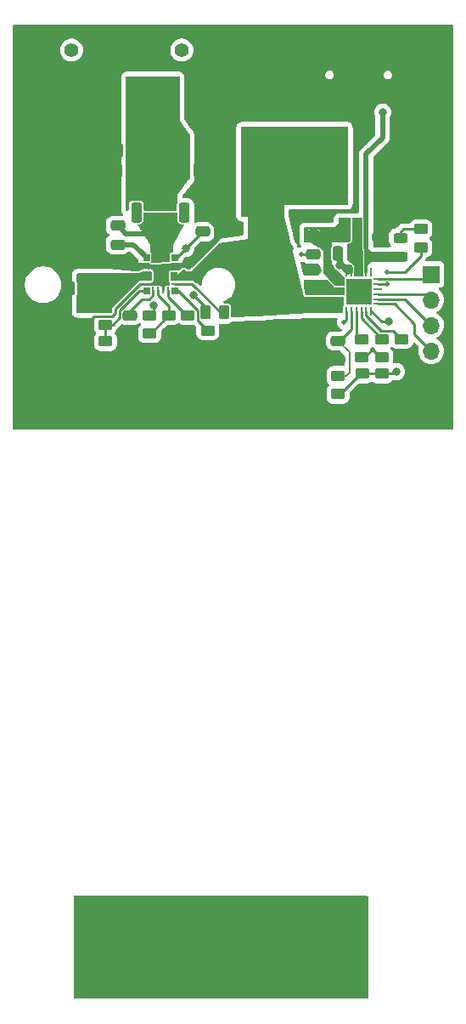
<source format=gbr>
%TF.GenerationSoftware,KiCad,Pcbnew,8.0.3*%
%TF.CreationDate,2024-07-15T22:48:31-04:00*%
%TF.ProjectId,get-a-grip-on-reality,6765742d-612d-4677-9269-702d6f6e2d72,rev?*%
%TF.SameCoordinates,Original*%
%TF.FileFunction,Copper,L2,Bot*%
%TF.FilePolarity,Positive*%
%FSLAX46Y46*%
G04 Gerber Fmt 4.6, Leading zero omitted, Abs format (unit mm)*
G04 Created by KiCad (PCBNEW 8.0.3) date 2024-07-15 22:48:31*
%MOMM*%
%LPD*%
G01*
G04 APERTURE LIST*
G04 Aperture macros list*
%AMRoundRect*
0 Rectangle with rounded corners*
0 $1 Rounding radius*
0 $2 $3 $4 $5 $6 $7 $8 $9 X,Y pos of 4 corners*
0 Add a 4 corners polygon primitive as box body*
4,1,4,$2,$3,$4,$5,$6,$7,$8,$9,$2,$3,0*
0 Add four circle primitives for the rounded corners*
1,1,$1+$1,$2,$3*
1,1,$1+$1,$4,$5*
1,1,$1+$1,$6,$7*
1,1,$1+$1,$8,$9*
0 Add four rect primitives between the rounded corners*
20,1,$1+$1,$2,$3,$4,$5,0*
20,1,$1+$1,$4,$5,$6,$7,0*
20,1,$1+$1,$6,$7,$8,$9,0*
20,1,$1+$1,$8,$9,$2,$3,0*%
G04 Aperture macros list end*
%TA.AperFunction,SMDPad,CuDef*%
%ADD10RoundRect,0.250000X-0.475000X0.250000X-0.475000X-0.250000X0.475000X-0.250000X0.475000X0.250000X0*%
%TD*%
%TA.AperFunction,SMDPad,CuDef*%
%ADD11RoundRect,0.250000X-0.450000X0.262500X-0.450000X-0.262500X0.450000X-0.262500X0.450000X0.262500X0*%
%TD*%
%TA.AperFunction,SMDPad,CuDef*%
%ADD12RoundRect,0.250000X0.475000X-0.250000X0.475000X0.250000X-0.475000X0.250000X-0.475000X-0.250000X0*%
%TD*%
%TA.AperFunction,SMDPad,CuDef*%
%ADD13RoundRect,0.062500X-0.117500X-0.062500X0.117500X-0.062500X0.117500X0.062500X-0.117500X0.062500X0*%
%TD*%
%TA.AperFunction,SMDPad,CuDef*%
%ADD14RoundRect,0.250000X-0.250000X-0.475000X0.250000X-0.475000X0.250000X0.475000X-0.250000X0.475000X0*%
%TD*%
%TA.AperFunction,SMDPad,CuDef*%
%ADD15R,0.650000X2.000000*%
%TD*%
%TA.AperFunction,SMDPad,CuDef*%
%ADD16RoundRect,0.250000X0.250000X0.475000X-0.250000X0.475000X-0.250000X-0.475000X0.250000X-0.475000X0*%
%TD*%
%TA.AperFunction,SMDPad,CuDef*%
%ADD17RoundRect,0.243750X-0.456250X0.243750X-0.456250X-0.243750X0.456250X-0.243750X0.456250X0.243750X0*%
%TD*%
%TA.AperFunction,SMDPad,CuDef*%
%ADD18RoundRect,0.250000X-0.262500X-0.450000X0.262500X-0.450000X0.262500X0.450000X-0.262500X0.450000X0*%
%TD*%
%TA.AperFunction,SMDPad,CuDef*%
%ADD19C,1.374676*%
%TD*%
%TA.AperFunction,SMDPad,CuDef*%
%ADD20R,0.249999X0.650001*%
%TD*%
%TA.AperFunction,SMDPad,CuDef*%
%ADD21R,0.675000X0.675000*%
%TD*%
%TA.AperFunction,SMDPad,CuDef*%
%ADD22R,0.650001X0.249999*%
%TD*%
%TA.AperFunction,SMDPad,CuDef*%
%ADD23R,0.800001X0.850001*%
%TD*%
%TA.AperFunction,SMDPad,CuDef*%
%ADD24R,1.849999X0.700001*%
%TD*%
%TA.AperFunction,HeatsinkPad*%
%ADD25R,2.500000X2.500000*%
%TD*%
%TA.AperFunction,SMDPad,CuDef*%
%ADD26RoundRect,0.062500X0.062500X0.375000X-0.062500X0.375000X-0.062500X-0.375000X0.062500X-0.375000X0*%
%TD*%
%TA.AperFunction,SMDPad,CuDef*%
%ADD27RoundRect,0.062500X0.375000X0.062500X-0.375000X0.062500X-0.375000X-0.062500X0.375000X-0.062500X0*%
%TD*%
%TA.AperFunction,SMDPad,CuDef*%
%ADD28RoundRect,0.275000X0.275000X0.725000X-0.275000X0.725000X-0.275000X-0.725000X0.275000X-0.725000X0*%
%TD*%
%TA.AperFunction,SMDPad,CuDef*%
%ADD29RoundRect,0.275000X-0.275000X-0.725000X0.275000X-0.725000X0.275000X0.725000X-0.275000X0.725000X0*%
%TD*%
%TA.AperFunction,SMDPad,CuDef*%
%ADD30RoundRect,0.275000X0.725000X-0.275000X0.725000X0.275000X-0.725000X0.275000X-0.725000X-0.275000X0*%
%TD*%
%TA.AperFunction,ComponentPad*%
%ADD31O,1.700000X1.700000*%
%TD*%
%TA.AperFunction,ComponentPad*%
%ADD32R,1.700000X1.700000*%
%TD*%
%TA.AperFunction,ComponentPad*%
%ADD33C,1.400000*%
%TD*%
%TA.AperFunction,ComponentPad*%
%ADD34R,3.500000X3.500000*%
%TD*%
%TA.AperFunction,ComponentPad*%
%ADD35C,3.500000*%
%TD*%
%TA.AperFunction,ViaPad*%
%ADD36C,0.800000*%
%TD*%
%TA.AperFunction,ViaPad*%
%ADD37C,0.600000*%
%TD*%
%TA.AperFunction,ViaPad*%
%ADD38C,0.500000*%
%TD*%
%TA.AperFunction,Conductor*%
%ADD39C,0.250000*%
%TD*%
%TA.AperFunction,Conductor*%
%ADD40C,0.150000*%
%TD*%
%TA.AperFunction,Conductor*%
%ADD41C,1.000000*%
%TD*%
%TA.AperFunction,Conductor*%
%ADD42C,0.500000*%
%TD*%
%TA.AperFunction,Conductor*%
%ADD43C,0.300000*%
%TD*%
%TA.AperFunction,Conductor*%
%ADD44C,0.600000*%
%TD*%
G04 APERTURE END LIST*
D10*
%TO.P,C23,2*%
%TO.N,GND*%
X100500000Y-63275000D03*
%TO.P,C23,1*%
%TO.N,Net-(U7-SS)*%
X100500000Y-61375000D03*
%TD*%
D11*
%TO.P,R13,2*%
%TO.N,GND*%
X123681474Y-69035300D03*
%TO.P,R13,1*%
%TO.N,Net-(U6-TS)*%
X123681474Y-67210300D03*
%TD*%
D12*
%TO.P,C14,2*%
%TO.N,GND*%
X125400000Y-53650000D03*
%TO.P,C14,1*%
%TO.N,+5VUSB*%
X125400000Y-55550000D03*
%TD*%
D11*
%TO.P,R12,2*%
%TO.N,Net-(U6-TS)*%
X121285000Y-69238500D03*
%TO.P,R12,1*%
%TO.N,Net-(U6-REGN)*%
X121285000Y-67413500D03*
%TD*%
D13*
%TO.P,D8,2,A2*%
%TO.N,+5VUSB*%
X125818000Y-42291000D03*
%TO.P,D8,1,A1*%
%TO.N,GND*%
X126658000Y-42291000D03*
%TD*%
D12*
%TO.P,C27,2*%
%TO.N,/Power/SW_5*%
X99300000Y-52450000D03*
%TO.P,C27,1*%
%TO.N,/Power/BOOT*%
X99300000Y-54350000D03*
%TD*%
D11*
%TO.P,R11,2*%
%TO.N,GND*%
X98100000Y-65812500D03*
%TO.P,R11,1*%
%TO.N,Net-(U7-EN)*%
X98100000Y-63987500D03*
%TD*%
%TO.P,R17,2*%
%TO.N,/Power/CELL_1*%
X125654841Y-65572300D03*
%TO.P,R17,1*%
%TO.N,Net-(U6-MID)*%
X125654841Y-63747300D03*
%TD*%
D14*
%TO.P,C21,2*%
%TO.N,/Power/PMID*%
X123124000Y-55238300D03*
%TO.P,C21,1*%
%TO.N,GND*%
X121224000Y-55238300D03*
%TD*%
D11*
%TO.P,R20,2*%
%TO.N,GND*%
X104400000Y-63200000D03*
%TO.P,R20,1*%
%TO.N,Net-(U7-FB)*%
X104400000Y-61375000D03*
%TD*%
D10*
%TO.P,C17,2*%
%TO.N,GND*%
X96093400Y-62387500D03*
%TO.P,C17,1*%
%TO.N,+BATT*%
X96093400Y-60487500D03*
%TD*%
%TO.P,C15,2*%
%TO.N,GND*%
X119657174Y-62250000D03*
%TO.P,C15,1*%
%TO.N,+BATT*%
X119657174Y-60350000D03*
%TD*%
D14*
%TO.P,C28,2*%
%TO.N,GND*%
X107408600Y-46923796D03*
%TO.P,C28,1*%
%TO.N,+5VBuck*%
X105508600Y-46923796D03*
%TD*%
D11*
%TO.P,R18,2*%
%TO.N,/Power/CELL_1*%
X123676908Y-65572300D03*
%TO.P,R18,1*%
%TO.N,Net-(U6-CBSET)*%
X123676908Y-63747300D03*
%TD*%
D15*
%TO.P,L1,2,2*%
%TO.N,/Power/SW_BAT*%
X121989574Y-52876100D03*
%TO.P,L1,1,1*%
%TO.N,/Power/PMID*%
X123339574Y-52876100D03*
%TD*%
D16*
%TO.P,C29,2*%
%TO.N,GND*%
X99279548Y-47025150D03*
%TO.P,C29,1*%
%TO.N,+5VBuck*%
X101179548Y-47025150D03*
%TD*%
D10*
%TO.P,C24,2*%
%TO.N,GND*%
X121285000Y-65847000D03*
%TO.P,C24,1*%
%TO.N,Net-(U6-REGN)*%
X121285000Y-63947000D03*
%TD*%
D17*
%TO.P,D7,2,A*%
%TO.N,+5VUSB*%
X127508000Y-55547500D03*
%TO.P,D7,1,K*%
%TO.N,Net-(D7-K)*%
X127508000Y-53672500D03*
%TD*%
D18*
%TO.P,R14,2*%
%TO.N,Net-(U7-PG)*%
X109912500Y-61100000D03*
%TO.P,R14,1*%
%TO.N,Net-(U7-VCC)*%
X108087500Y-61100000D03*
%TD*%
D11*
%TO.P,R16,2*%
%TO.N,GND*%
X108300000Y-64725000D03*
%TO.P,R16,1*%
%TO.N,Net-(U7-MSEL)*%
X108300000Y-62900000D03*
%TD*%
%TO.P,R10,2*%
%TO.N,Net-(U7-EN)*%
X98100000Y-62325000D03*
%TO.P,R10,1*%
%TO.N,+BATT*%
X98100000Y-60500000D03*
%TD*%
D12*
%TO.P,C26,2*%
%TO.N,GND*%
X118844374Y-56879100D03*
%TO.P,C26,1*%
%TO.N,/Power/SNS*%
X118844374Y-58779100D03*
%TD*%
D11*
%TO.P,TH1,2*%
%TO.N,GND*%
X125668974Y-69035300D03*
%TO.P,TH1,1*%
%TO.N,Net-(U6-TS)*%
X125668974Y-67210300D03*
%TD*%
D12*
%TO.P,C22,2*%
%TO.N,GND*%
X107800000Y-51175000D03*
%TO.P,C22,1*%
%TO.N,Net-(U7-VCC)*%
X107800000Y-53075000D03*
%TD*%
D19*
%TO.P,U7,16,PGND*%
%TO.N,GND*%
X103600001Y-57016572D03*
D20*
%TO.P,U7,15,SS*%
%TO.N,Net-(U7-SS)*%
X102850000Y-58910000D03*
%TO.P,U7,14,FB*%
%TO.N,Net-(U7-FB)*%
X103350001Y-58910000D03*
%TO.P,U7,13,GOSNS*%
%TO.N,GND*%
X103850001Y-58910000D03*
%TO.P,U7,12,ILIM*%
%TO.N,Net-(U7-ILIM)*%
X104350002Y-58910000D03*
D21*
%TO.P,U7,11,MSEL*%
%TO.N,Net-(U7-MSEL)*%
X105012500Y-58947500D03*
D22*
%TO.P,U7,10,PG*%
%TO.N,Net-(U7-PG)*%
X104975002Y-58285000D03*
D23*
%TO.P,U7,9,VIN*%
%TO.N,+BATT*%
X104950001Y-57534999D03*
D22*
%TO.P,U7,8,PGND*%
%TO.N,GND*%
X104975002Y-56534998D03*
D21*
%TO.P,U7,7,VCC*%
%TO.N,Net-(U7-VCC)*%
X105012500Y-55622498D03*
D24*
%TO.P,U7,6,SW*%
%TO.N,/Power/SW_5*%
X103600001Y-55635000D03*
D21*
%TO.P,U7,5,BOOT*%
%TO.N,/Power/BOOT*%
X102187502Y-55622498D03*
D22*
%TO.P,U7,4,PGND*%
%TO.N,GND*%
X102225000Y-56534998D03*
D23*
%TO.P,U7,3,VIN*%
%TO.N,+BATT*%
X102250001Y-57534999D03*
D22*
%TO.P,U7,2,AGND*%
%TO.N,GND*%
X102225000Y-58285000D03*
D21*
%TO.P,U7,1,EN*%
%TO.N,Net-(U7-EN)*%
X102187502Y-58947500D03*
%TD*%
D11*
%TO.P,R9,2*%
%TO.N,GND*%
X127632774Y-65572300D03*
%TO.P,R9,1*%
%TO.N,Net-(U6-ILIM)*%
X127632774Y-63747300D03*
%TD*%
%TO.P,R15,2*%
%TO.N,GND*%
X106300000Y-63200000D03*
%TO.P,R15,1*%
%TO.N,Net-(U7-ILIM)*%
X106300000Y-61375000D03*
%TD*%
D10*
%TO.P,C19,2*%
%TO.N,GND*%
X115454774Y-62250000D03*
%TO.P,C19,1*%
%TO.N,+BATT*%
X115454774Y-60350000D03*
%TD*%
D25*
%TO.P,U6,25*%
%TO.N,N/C*%
X123345574Y-59015800D03*
D26*
%TO.P,U6,24,PSEL*%
%TO.N,unconnected-(U6-PSEL-Pad24)*%
X124595574Y-57078300D03*
%TO.P,U6,23,VBUS*%
%TO.N,+5VUSB*%
X124095574Y-57078300D03*
%TO.P,U6,22,PMID*%
%TO.N,/Power/PMID*%
X123595574Y-57078300D03*
%TO.P,U6,21,PMID*%
X123095574Y-57078300D03*
%TO.P,U6,20,GND*%
%TO.N,GND*%
X122595574Y-57078300D03*
%TO.P,U6,19,GND*%
X122095574Y-57078300D03*
D27*
%TO.P,U6,18,SW*%
%TO.N,/Power/SW_BAT*%
X121408074Y-57765800D03*
%TO.P,U6,17,SW*%
X121408074Y-58265800D03*
%TO.P,U6,16,SNS*%
%TO.N,/Power/SNS*%
X121408074Y-58765800D03*
%TO.P,U6,15,SNS*%
X121408074Y-59265800D03*
%TO.P,U6,14,BAT*%
%TO.N,+BATT*%
X121408074Y-59765800D03*
%TO.P,U6,13,BAT*%
X121408074Y-60265800D03*
D26*
%TO.P,U6,12,BTST*%
%TO.N,Net-(U6-BTST)*%
X122095574Y-60953300D03*
%TO.P,U6,11,REGN*%
%TO.N,Net-(U6-REGN)*%
X122595574Y-60953300D03*
%TO.P,U6,10,CBSET*%
%TO.N,Net-(U6-CBSET)*%
X123095574Y-60953300D03*
%TO.P,U6,9,MID*%
%TO.N,Net-(U6-MID)*%
X123595574Y-60953300D03*
%TO.P,U6,8,ILIM*%
%TO.N,Net-(U6-ILIM)*%
X124095574Y-60953300D03*
%TO.P,U6,7,TS*%
%TO.N,Net-(U6-TS)*%
X124595574Y-60953300D03*
D27*
%TO.P,U6,6,~{INT}*%
%TO.N,Net-(J14-Pin_4)*%
X125283074Y-60265800D03*
%TO.P,U6,5,SCL*%
%TO.N,Net-(J14-Pin_3)*%
X125283074Y-59765800D03*
%TO.P,U6,4,SDA*%
%TO.N,Net-(J14-Pin_2)*%
X125283074Y-59265800D03*
%TO.P,U6,3,CD*%
%TO.N,unconnected-(U6-CD-Pad3)*%
X125283074Y-58765800D03*
%TO.P,U6,2,STAT*%
%TO.N,Net-(U6-STAT)*%
X125283074Y-58265800D03*
%TO.P,U6,1,~{PG}*%
%TO.N,Net-(J14-Pin_1)*%
X125283074Y-57765800D03*
%TD*%
D16*
%TO.P,C30,2*%
%TO.N,GND*%
X99294748Y-44967750D03*
%TO.P,C30,1*%
%TO.N,+5VBuck*%
X101194748Y-44967750D03*
%TD*%
D12*
%TO.P,C25,2*%
%TO.N,/Power/SW_BAT*%
X118844374Y-53414500D03*
%TO.P,C25,1*%
%TO.N,Net-(U6-BTST)*%
X118844374Y-55314500D03*
%TD*%
D28*
%TO.P,L2,MP*%
%TO.N,N/C*%
X105963000Y-51165596D03*
D29*
X101163000Y-51165596D03*
D30*
%TO.P,L2,2,2*%
%TO.N,+5VBuck*%
X103563000Y-48765596D03*
%TO.P,L2,1,1*%
%TO.N,/Power/SW_5*%
X103563000Y-53565596D03*
%TD*%
D16*
%TO.P,C20,2*%
%TO.N,GND*%
X111150000Y-52800000D03*
%TO.P,C20,1*%
%TO.N,+BATT*%
X113050000Y-52800000D03*
%TD*%
%TO.P,C18,2*%
%TO.N,GND*%
X94550000Y-58712500D03*
%TO.P,C18,1*%
%TO.N,+BATT*%
X96450000Y-58712500D03*
%TD*%
D31*
%TO.P,J14,5,Pin_5*%
%TO.N,GND*%
X130579174Y-67481100D03*
%TO.P,J14,4,Pin_4*%
%TO.N,Net-(J14-Pin_4)*%
X130579174Y-64941100D03*
%TO.P,J14,3,Pin_3*%
%TO.N,Net-(J14-Pin_3)*%
X130579174Y-62401100D03*
%TO.P,J14,2,Pin_2*%
%TO.N,Net-(J14-Pin_2)*%
X130579174Y-59861100D03*
D32*
%TO.P,J14,1,Pin_1*%
%TO.N,Net-(J14-Pin_1)*%
X130579174Y-57321100D03*
%TD*%
D11*
%TO.P,R8,2*%
%TO.N,Net-(U6-STAT)*%
X129540000Y-54633500D03*
%TO.P,R8,1*%
%TO.N,Net-(D7-K)*%
X129540000Y-52808500D03*
%TD*%
D33*
%TO.P,J15,*%
%TO.N,*%
X94700600Y-34988200D03*
X105700600Y-34988200D03*
D34*
%TO.P,J15,1,Pin_1*%
%TO.N,GND*%
X97700600Y-39988200D03*
D35*
%TO.P,J15,2,Pin_2*%
%TO.N,+5VBuck*%
X102700600Y-39988200D03*
%TD*%
D11*
%TO.P,R19,2*%
%TO.N,Net-(U7-FB)*%
X102500000Y-63200000D03*
%TO.P,R19,1*%
%TO.N,+5VBuck*%
X102500000Y-61375000D03*
%TD*%
D10*
%TO.P,C16,2*%
%TO.N,GND*%
X117555974Y-62250000D03*
%TO.P,C16,1*%
%TO.N,+BATT*%
X117555974Y-60350000D03*
%TD*%
D36*
%TO.N,GND*%
X129340600Y-71133200D03*
X129340600Y-50813200D03*
X129340600Y-48273200D03*
X129340600Y-45733200D03*
X129340600Y-43193200D03*
X129340600Y-40653200D03*
X126800600Y-71133200D03*
X126800600Y-50813200D03*
X126800600Y-48273200D03*
X126800600Y-45733200D03*
X124260600Y-71133200D03*
X124260600Y-35573200D03*
X121720600Y-71133200D03*
X121720600Y-35573200D03*
X119180600Y-68593200D03*
X119180600Y-66053200D03*
X119180600Y-40653200D03*
X116640600Y-71133200D03*
X116640600Y-68593200D03*
X116640600Y-66053200D03*
X116640600Y-40653200D03*
X114100600Y-71133200D03*
X114100600Y-68593200D03*
X114100600Y-66053200D03*
X114100600Y-40653200D03*
X114100600Y-38113200D03*
X114100600Y-35573200D03*
X111560600Y-71133200D03*
X111560600Y-68593200D03*
X111560600Y-66053200D03*
X111560600Y-63513200D03*
X111560600Y-40653200D03*
X111560600Y-38113200D03*
X111560600Y-35573200D03*
X109020600Y-71133200D03*
X109020600Y-68593200D03*
X109020600Y-43193200D03*
X109020600Y-40653200D03*
X109020600Y-38113200D03*
X109020600Y-35573200D03*
X106480600Y-71133200D03*
X106480600Y-68593200D03*
X106480600Y-66053200D03*
X106480600Y-40653200D03*
X106480600Y-38113200D03*
X103940600Y-71133200D03*
X103940600Y-68593200D03*
X103940600Y-66053200D03*
X103940600Y-35573200D03*
X101400600Y-71133200D03*
X101400600Y-68593200D03*
X101400600Y-66053200D03*
X101400600Y-35573200D03*
X98860600Y-71133200D03*
X98860600Y-68593200D03*
X98860600Y-35573200D03*
X96320600Y-71133200D03*
X96320600Y-68593200D03*
X96320600Y-66053200D03*
X96320600Y-55893200D03*
X96320600Y-53353200D03*
X96320600Y-35573200D03*
X93780600Y-71133200D03*
X93780600Y-68593200D03*
X93780600Y-66053200D03*
X93780600Y-63513200D03*
X93780600Y-60973200D03*
X93780600Y-55893200D03*
X93780600Y-53353200D03*
X93780600Y-50813200D03*
X93780600Y-48273200D03*
X93780600Y-45733200D03*
X93780600Y-43193200D03*
X93780600Y-40653200D03*
X93780600Y-38113200D03*
X91240600Y-71133200D03*
X91240600Y-68593200D03*
X91240600Y-66053200D03*
X91240600Y-63513200D03*
X91240600Y-60973200D03*
X91240600Y-53353200D03*
X91240600Y-50813200D03*
X91240600Y-48273200D03*
X91240600Y-45733200D03*
X91240600Y-43193200D03*
X91240600Y-40653200D03*
X91240600Y-38113200D03*
X91240600Y-35573200D03*
%TO.N,+BATT*%
X114400000Y-55700000D03*
X112300600Y-47788200D03*
X113400000Y-56700000D03*
X114400000Y-57700000D03*
X113300600Y-48788200D03*
X112300600Y-46788200D03*
X114300600Y-46788200D03*
X113300600Y-46788200D03*
X113300600Y-47788200D03*
X112300600Y-50788200D03*
X98300000Y-59000000D03*
X114300600Y-48788200D03*
X116400000Y-55700000D03*
X114300600Y-47788200D03*
D37*
%TO.N,GND*%
X104013000Y-57404000D03*
D36*
%TO.N,+BATT*%
X114400000Y-56700000D03*
X99300000Y-58000000D03*
X112400000Y-58700000D03*
X111400000Y-57700000D03*
X106172000Y-57531000D03*
X114400000Y-58700000D03*
X114300600Y-49788200D03*
X115400000Y-54700000D03*
X114300600Y-50788200D03*
X113400000Y-55700000D03*
X113400000Y-54700000D03*
X116400000Y-54700000D03*
X116400000Y-57700000D03*
X116400000Y-58700000D03*
X98300000Y-58000000D03*
X112400000Y-54700000D03*
X112300600Y-48788200D03*
%TO.N,+5VBuck*%
X102880057Y-60434652D03*
%TO.N,+5VUSB*%
X125730000Y-41148000D03*
%TO.N,+5VBuck*%
X104863379Y-49937012D03*
%TO.N,+BATT*%
X113300600Y-49788200D03*
%TO.N,Net-(U6-TS)*%
X126310102Y-61995800D03*
%TO.N,+BATT*%
X116400000Y-56700000D03*
D38*
%TO.N,Net-(U6-STAT)*%
X126210374Y-57092500D03*
D36*
%TO.N,Net-(U7-VCC)*%
X106109849Y-54719849D03*
%TO.N,+BATT*%
X111400000Y-55700000D03*
X112300600Y-49788200D03*
D37*
%TO.N,GND*%
X103225600Y-57404000D03*
D36*
%TO.N,+BATT*%
X99300000Y-59000000D03*
X112400000Y-55700000D03*
X112400000Y-56700000D03*
X115400000Y-55700000D03*
%TO.N,GND*%
X110525000Y-47725000D03*
D37*
X104038400Y-58115200D03*
D36*
X118200000Y-56900000D03*
D37*
X102362000Y-56515000D03*
X104733400Y-56540400D03*
D36*
X110300000Y-49675000D03*
%TO.N,+BATT*%
X115400000Y-56700000D03*
D37*
%TO.N,GND*%
X104013000Y-56642000D03*
D36*
X109625000Y-50875000D03*
X109075000Y-45600000D03*
X121400000Y-56388000D03*
D37*
X103225600Y-56591200D03*
D36*
X109200000Y-47950000D03*
%TO.N,/Power/CELL_1*%
X100540000Y-121000000D03*
X108160000Y-128620000D03*
X123400000Y-123540000D03*
X110700000Y-123540000D03*
X110700000Y-126080000D03*
X103080000Y-128620000D03*
X95460000Y-121000000D03*
X115780000Y-121000000D03*
X105620000Y-121000000D03*
X110700000Y-128620000D03*
X108160000Y-126080000D03*
X103080000Y-123540000D03*
X123400000Y-128620000D03*
X105620000Y-126080000D03*
X103080000Y-121000000D03*
X103080000Y-126080000D03*
X108160000Y-123540000D03*
X113240000Y-123540000D03*
X113240000Y-126080000D03*
X98000000Y-121000000D03*
X120860000Y-121000000D03*
X113240000Y-128620000D03*
X123400000Y-126080000D03*
X105620000Y-123540000D03*
X110700000Y-121000000D03*
X105620000Y-128620000D03*
X108160000Y-121000000D03*
X123400000Y-121000000D03*
X113240000Y-121000000D03*
%TO.N,Net-(U7-VCC)*%
X106899739Y-59400261D03*
%TO.N,+BATT*%
X111400000Y-56700000D03*
X100300000Y-58000000D03*
X115400000Y-57700000D03*
X114400000Y-54700000D03*
D38*
%TO.N,Net-(U6-STAT)*%
X126184974Y-58311700D03*
D36*
%TO.N,GND*%
X108400000Y-49575000D03*
%TO.N,+BATT*%
X115400000Y-58700000D03*
X113400000Y-58700000D03*
D38*
%TO.N,/Power/CELL_1*%
X124700600Y-64788200D03*
D36*
%TO.N,+BATT*%
X113400000Y-57700000D03*
X113300600Y-50788200D03*
D37*
%TO.N,GND*%
X103225600Y-58115200D03*
D36*
%TO.N,Net-(U6-TS)*%
X127110102Y-66995800D03*
%TO.N,+BATT*%
X112400000Y-57700000D03*
%TO.N,GND*%
X119200000Y-56900000D03*
D38*
%TO.N,Net-(U6-BTST)*%
X121875000Y-62075000D03*
D36*
%TO.N,+BATT*%
X111400000Y-54700000D03*
D38*
%TO.N,Net-(U6-BTST)*%
X117625174Y-55339900D03*
%TD*%
D39*
%TO.N,GND*%
X122428000Y-56388000D02*
X122595574Y-56555574D01*
X101549924Y-58285000D02*
X99100000Y-60734924D01*
X122090300Y-57078300D02*
X121400000Y-56388000D01*
X99100000Y-60734924D02*
X99100000Y-61174000D01*
X99100000Y-61174000D02*
X98736500Y-61537500D01*
X103850001Y-58303599D02*
X104038400Y-58115200D01*
D40*
X106400812Y-56534998D02*
X106401808Y-56535994D01*
D39*
X122595574Y-56555574D02*
X122595574Y-57078300D01*
X122038000Y-56388000D02*
X122038000Y-56524000D01*
X102225000Y-58285000D02*
X103303615Y-58285000D01*
D40*
X103225600Y-56591200D02*
X103225600Y-58115200D01*
D39*
X98736500Y-61537500D02*
X96943400Y-61537500D01*
D40*
X102225000Y-56534998D02*
X100984998Y-56534998D01*
D39*
X122301000Y-57078300D02*
X122301000Y-56515000D01*
%TO.N,Net-(U7-FB)*%
X104400000Y-61375000D02*
X102575000Y-63200000D01*
D41*
%TO.N,+5VUSB*%
X125400000Y-55550000D02*
X127505500Y-55550000D01*
D42*
X124095574Y-45322426D02*
X124095574Y-54737000D01*
D39*
%TO.N,+5VBuck*%
X102880057Y-60994943D02*
X102500000Y-61375000D01*
D43*
%TO.N,+5VUSB*%
X124730574Y-55753000D02*
X125095000Y-55753000D01*
D40*
%TO.N,GND*%
X103174629Y-56591200D02*
X103118427Y-56534998D01*
D42*
%TO.N,+5VUSB*%
X125730000Y-43688000D02*
X124095574Y-45322426D01*
X125730000Y-41148000D02*
X125730000Y-43688000D01*
D39*
%TO.N,Net-(U6-CBSET)*%
X123670374Y-63747300D02*
X123095574Y-63172500D01*
X123095574Y-63172500D02*
X123095574Y-60953300D01*
%TO.N,Net-(U6-MID)*%
X125651574Y-63747300D02*
X123595574Y-61691300D01*
%TO.N,GND*%
X96943400Y-61537500D02*
X96093400Y-62387500D01*
D41*
%TO.N,+5VUSB*%
X125400000Y-55550000D02*
X124663000Y-55550000D01*
D43*
X124095574Y-56388000D02*
X124095574Y-56129426D01*
D39*
%TO.N,Net-(U7-FB)*%
X102575000Y-63200000D02*
X102500000Y-63200000D01*
%TO.N,Net-(U7-MSEL)*%
X107300000Y-60913110D02*
X107300000Y-61900000D01*
X105334390Y-58947500D02*
X107300000Y-60913110D01*
%TO.N,+5VBuck*%
X103563000Y-48765596D02*
X103691963Y-48765596D01*
D43*
%TO.N,+5VUSB*%
X124095574Y-56388000D02*
X124730574Y-55753000D01*
X124095574Y-54753574D02*
X124587000Y-55245000D01*
D40*
%TO.N,GND*%
X103600001Y-57016572D02*
X103638428Y-57016572D01*
D39*
%TO.N,Net-(U7-MSEL)*%
X107300000Y-61900000D02*
X108300000Y-62900000D01*
%TO.N,Net-(U7-FB)*%
X104400000Y-60458000D02*
X104400000Y-61000000D01*
X103350001Y-59408001D02*
X104400000Y-60458000D01*
%TO.N,Net-(D7-K)*%
X127508000Y-53672500D02*
X127508000Y-53086000D01*
D40*
%TO.N,Net-(U6-REGN)*%
X122070500Y-67413500D02*
X122428000Y-67056000D01*
D39*
%TO.N,Net-(U7-SS)*%
X101683000Y-59817000D02*
X102452501Y-59817000D01*
%TO.N,Net-(U6-REGN)*%
X122595574Y-60953300D02*
X122595574Y-62788200D01*
%TO.N,Net-(U7-ILIM)*%
X104350002Y-58910000D02*
X104350002Y-59510002D01*
%TO.N,Net-(U6-TS)*%
X123518974Y-67210300D02*
X123681474Y-67210300D01*
X125668974Y-67210300D02*
X126895602Y-67210300D01*
%TO.N,Net-(U6-BTST)*%
X122095574Y-61854426D02*
X122095574Y-60953300D01*
%TO.N,Net-(U6-STAT)*%
X126139074Y-58265800D02*
X126184974Y-58311700D01*
%TO.N,Net-(D7-K)*%
X127508000Y-53086000D02*
X127785500Y-52808500D01*
%TO.N,Net-(U6-STAT)*%
X129540000Y-54633500D02*
X129540000Y-55499000D01*
%TO.N,Net-(U7-ILIM)*%
X104350002Y-59510002D02*
X106215000Y-61375000D01*
D43*
%TO.N,+5VUSB*%
X124095574Y-54737000D02*
X124095574Y-54753574D01*
D39*
%TO.N,Net-(U6-TS)*%
X125638074Y-61995800D02*
X126310102Y-61995800D01*
%TO.N,Net-(U7-EN)*%
X99500000Y-61625000D02*
X99500000Y-60900610D01*
%TO.N,Net-(U7-PG)*%
X106739073Y-58285000D02*
X109554073Y-61100000D01*
%TO.N,Net-(U6-TS)*%
X121693974Y-69035300D02*
X123518974Y-67210300D01*
D40*
%TO.N,Net-(D7-K)*%
X129182500Y-52603000D02*
X129207500Y-52578000D01*
D39*
%TO.N,Net-(U6-BTST)*%
X117625174Y-55339900D02*
X117650574Y-55314500D01*
%TO.N,Net-(U7-SS)*%
X100500000Y-61375000D02*
X100500000Y-61000000D01*
%TO.N,Net-(U7-EN)*%
X98100000Y-62300610D02*
X98100000Y-62337500D01*
D40*
%TO.N,Net-(U6-REGN)*%
X121285000Y-67413500D02*
X122070500Y-67413500D01*
D39*
%TO.N,Net-(U6-STAT)*%
X125283074Y-58265800D02*
X126139074Y-58265800D01*
%TO.N,Net-(U6-TS)*%
X125668974Y-67210300D02*
X123681474Y-67210300D01*
%TO.N,Net-(U6-REGN)*%
X122595574Y-62788200D02*
X121663774Y-63720000D01*
D43*
%TO.N,+5VUSB*%
X124095574Y-54982574D02*
X124663000Y-55550000D01*
D39*
%TO.N,Net-(U6-TS)*%
X126895602Y-67210300D02*
X127110102Y-66995800D01*
D43*
%TO.N,+5VUSB*%
X124095574Y-54753574D02*
X124095574Y-54982574D01*
D39*
%TO.N,Net-(U6-TS)*%
X124595574Y-60953300D02*
X125638074Y-61995800D01*
D40*
%TO.N,Net-(U6-REGN)*%
X122428000Y-67056000D02*
X122428000Y-65090000D01*
D39*
%TO.N,Net-(U7-EN)*%
X98800000Y-62325000D02*
X99500000Y-61625000D01*
%TO.N,Net-(U6-STAT)*%
X129540000Y-55499000D02*
X127946500Y-57092500D01*
%TO.N,Net-(U7-EN)*%
X98100000Y-62337500D02*
X98100000Y-63987500D01*
X101453110Y-58947500D02*
X102187502Y-58947500D01*
X98100000Y-62325000D02*
X98800000Y-62325000D01*
%TO.N,Net-(U7-SS)*%
X100500000Y-61275000D02*
X100500000Y-61375000D01*
X100500000Y-61000000D02*
X101683000Y-59817000D01*
%TO.N,Net-(U7-FB)*%
X103350001Y-58910000D02*
X103350001Y-59408001D01*
D40*
%TO.N,Net-(U6-REGN)*%
X122428000Y-65090000D02*
X121285000Y-63947000D01*
D39*
%TO.N,GND*%
X122095574Y-56578300D02*
X122095574Y-56445574D01*
%TO.N,Net-(U6-STAT)*%
X127946500Y-57092500D02*
X126210374Y-57092500D01*
D43*
%TO.N,+5VUSB*%
X127505500Y-55550000D02*
X127508000Y-55547500D01*
D39*
%TO.N,GND*%
X122095574Y-57078300D02*
X122090300Y-57078300D01*
D42*
%TO.N,/Power/BOOT*%
X101727407Y-55175000D02*
X100902407Y-54350000D01*
D39*
%TO.N,Net-(J14-Pin_2)*%
X129983874Y-59265800D02*
X130579174Y-59861100D01*
D43*
%TO.N,+5VUSB*%
X124095574Y-56388000D02*
X124150787Y-56332787D01*
D42*
%TO.N,/Power/SW_5*%
X101000000Y-53275000D02*
X103272404Y-53275000D01*
D39*
%TO.N,Net-(J14-Pin_4)*%
X126896174Y-60265800D02*
X128905000Y-62274626D01*
%TO.N,Net-(U7-ILIM)*%
X106215000Y-61375000D02*
X106300000Y-61375000D01*
%TO.N,Net-(U7-VCC)*%
X108087500Y-60588022D02*
X106899739Y-59400261D01*
%TO.N,Net-(J14-Pin_4)*%
X125283074Y-60265800D02*
X126896174Y-60265800D01*
D42*
%TO.N,/Power/SW_5*%
X100125000Y-53275000D02*
X99300000Y-52450000D01*
D39*
%TO.N,Net-(U7-SS)*%
X102452501Y-59817000D02*
X102850000Y-59419501D01*
D40*
%TO.N,/Power/SW_5*%
X103272404Y-53275000D02*
X103563000Y-53565596D01*
D42*
X101000000Y-53275000D02*
X100125000Y-53275000D01*
D39*
%TO.N,Net-(U6-BTST)*%
X121875000Y-62075000D02*
X122095574Y-61854426D01*
%TO.N,Net-(U7-VCC)*%
X105206204Y-55623494D02*
X106109849Y-54719849D01*
D42*
%TO.N,/Power/BOOT*%
X101727407Y-55175000D02*
X102175901Y-55623494D01*
D39*
%TO.N,Net-(U6-ILIM)*%
X125564834Y-62909800D02*
X126795274Y-62909800D01*
D43*
%TO.N,+5VUSB*%
X124150787Y-56332787D02*
X124150787Y-56062213D01*
D39*
%TO.N,Net-(J14-Pin_1)*%
X130134474Y-57765800D02*
X130579174Y-57321100D01*
%TO.N,/Power/CELL_1*%
X125484700Y-65572300D02*
X124700600Y-64788200D01*
%TO.N,Net-(U6-ILIM)*%
X126795274Y-62909800D02*
X127632774Y-63747300D01*
%TO.N,Net-(U7-VCC)*%
X106109849Y-54719849D02*
X108154548Y-52675150D01*
%TO.N,Net-(U6-ILIM)*%
X124095574Y-60953300D02*
X124095574Y-61440540D01*
%TO.N,/Power/CELL_1*%
X123676908Y-65572300D02*
X123916500Y-65572300D01*
D42*
%TO.N,GND*%
X121400000Y-56388000D02*
X121400000Y-55414300D01*
D39*
X122095574Y-57078300D02*
X122095574Y-56445574D01*
X122095574Y-56445574D02*
X122038000Y-56388000D01*
X121793000Y-56642000D02*
X121920000Y-56769000D01*
X122428000Y-56515000D02*
X122428000Y-57078300D01*
%TO.N,+5VBuck*%
X103691963Y-48765596D02*
X104863379Y-49937012D01*
%TO.N,GND*%
X103600001Y-57988614D02*
X103600001Y-57016572D01*
%TO.N,Net-(U7-MSEL)*%
X105012500Y-58947500D02*
X105334390Y-58947500D01*
%TO.N,Net-(U6-ILIM)*%
X124095574Y-61440540D02*
X125564834Y-62909800D01*
%TO.N,Net-(U7-PG)*%
X104975002Y-58285000D02*
X106739073Y-58285000D01*
%TO.N,GND*%
X104038400Y-58115200D02*
X104038400Y-56667400D01*
%TO.N,Net-(J14-Pin_3)*%
X125283074Y-59765800D02*
X127943874Y-59765800D01*
%TO.N,GND*%
X122301000Y-56388000D02*
X122428000Y-56515000D01*
%TO.N,Net-(U7-VCC)*%
X105000899Y-55623494D02*
X105206204Y-55623494D01*
%TO.N,GND*%
X121793000Y-56388000D02*
X121400000Y-56388000D01*
X121793000Y-56388000D02*
X121793000Y-56642000D01*
D40*
X103638428Y-57016572D02*
X104120002Y-56534998D01*
D42*
%TO.N,/Power/BOOT*%
X100902407Y-54350000D02*
X99300000Y-54350000D01*
D39*
%TO.N,GND*%
X121400000Y-55414300D02*
X121224000Y-55238300D01*
D44*
X106401808Y-56535994D02*
X109150000Y-53787802D01*
D40*
X103225600Y-56591200D02*
X103174629Y-56591200D01*
D39*
%TO.N,+5VBuck*%
X102880057Y-60434652D02*
X102880057Y-60994943D01*
D40*
%TO.N,GND*%
X104120002Y-56534998D02*
X104975002Y-56534998D01*
D39*
X122038000Y-56524000D02*
X121920000Y-56642000D01*
%TO.N,Net-(J14-Pin_2)*%
X125283074Y-59265800D02*
X129983874Y-59265800D01*
%TO.N,GND*%
X122595574Y-57078300D02*
X122428000Y-57078300D01*
%TO.N,/Power/CELL_1*%
X125654841Y-65572300D02*
X125484700Y-65572300D01*
%TO.N,GND*%
X102225000Y-58285000D02*
X101549924Y-58285000D01*
%TO.N,Net-(U7-VCC)*%
X108087500Y-61100000D02*
X108087500Y-60588022D01*
%TO.N,Net-(U6-BTST)*%
X118844374Y-55314500D02*
X117625174Y-55339900D01*
%TO.N,GND*%
X121400000Y-56388000D02*
X122301000Y-56388000D01*
%TO.N,Net-(J14-Pin_3)*%
X127943874Y-59765800D02*
X130579174Y-62401100D01*
D43*
%TO.N,+5VUSB*%
X124150787Y-56062213D02*
X124663000Y-55550000D01*
D39*
%TO.N,GND*%
X103303615Y-58285000D02*
X103600001Y-57988614D01*
%TO.N,Net-(U7-SS)*%
X102850000Y-59419501D02*
X102850000Y-58910000D01*
%TO.N,GND*%
X122038000Y-56388000D02*
X121793000Y-56388000D01*
%TO.N,Net-(U7-EN)*%
X99500000Y-60900610D02*
X101453110Y-58947500D01*
D40*
%TO.N,GND*%
X103225600Y-56642171D02*
X103600001Y-57016572D01*
D39*
%TO.N,Net-(U7-PG)*%
X109554073Y-61100000D02*
X109912500Y-61100000D01*
%TO.N,Net-(U6-MID)*%
X123595574Y-61691300D02*
X123595574Y-60953300D01*
D44*
%TO.N,GND*%
X109150000Y-52525000D02*
X107800000Y-51175000D01*
D40*
X103225600Y-58115200D02*
X104038400Y-58115200D01*
D43*
%TO.N,+5VUSB*%
X124095574Y-54737000D02*
X124095574Y-57078300D01*
D39*
%TO.N,Net-(J14-Pin_4)*%
X128905000Y-62274626D02*
X128905000Y-63266926D01*
%TO.N,GND*%
X122428000Y-57078300D02*
X122301000Y-57078300D01*
X122301000Y-57078300D02*
X122095574Y-57078300D01*
X121400000Y-56388000D02*
X122428000Y-56388000D01*
D40*
X103225600Y-56591200D02*
X103225600Y-56642171D01*
D39*
%TO.N,Net-(J14-Pin_1)*%
X125283074Y-57765800D02*
X130134474Y-57765800D01*
D40*
%TO.N,GND*%
X104975002Y-56534998D02*
X106400812Y-56534998D01*
X100984998Y-56534998D02*
X100965000Y-56515000D01*
D39*
%TO.N,Net-(D7-K)*%
X127785500Y-52808500D02*
X129540000Y-52808500D01*
D40*
%TO.N,GND*%
X103118427Y-56534998D02*
X102225000Y-56534998D01*
D39*
%TO.N,/Power/CELL_1*%
X123916500Y-65572300D02*
X124700600Y-64788200D01*
%TO.N,GND*%
X103850001Y-58910000D02*
X103850001Y-58303599D01*
X104038400Y-56667400D02*
X104013000Y-56642000D01*
D44*
X109150000Y-53787802D02*
X109150000Y-52525000D01*
D39*
%TO.N,Net-(J14-Pin_4)*%
X128905000Y-63266926D02*
X130579174Y-64941100D01*
%TD*%
%TA.AperFunction,Conductor*%
%TO.N,/Power/SW_5*%
G36*
X101928651Y-51171395D02*
G01*
X101935293Y-51172364D01*
X101979601Y-51185375D01*
X102037499Y-51193700D01*
X102037500Y-51193700D01*
X105088503Y-51193700D01*
X105132170Y-51189005D01*
X105132177Y-51189003D01*
X105132184Y-51189003D01*
X105147540Y-51185662D01*
X105152729Y-51185114D01*
X105238605Y-51185480D01*
X105255543Y-51192581D01*
X105262500Y-51209479D01*
X105262500Y-51924081D01*
X105278281Y-52023724D01*
X105339469Y-52143812D01*
X105339470Y-52143813D01*
X105339472Y-52143816D01*
X105434780Y-52239124D01*
X105434782Y-52239125D01*
X105434783Y-52239126D01*
X105554871Y-52300314D01*
X105554872Y-52300314D01*
X105554874Y-52300315D01*
X105654512Y-52316096D01*
X105654515Y-52316096D01*
X105891652Y-52316096D01*
X105908623Y-52323125D01*
X105915652Y-52340096D01*
X105912805Y-52351434D01*
X104833000Y-54365996D01*
X104836028Y-55110400D01*
X104829067Y-55127399D01*
X104812126Y-55134498D01*
X104660175Y-55134498D01*
X104616277Y-55143230D01*
X104566498Y-55176492D01*
X104566494Y-55176496D01*
X104533232Y-55226275D01*
X104524500Y-55270173D01*
X104524500Y-55974822D01*
X104533232Y-56018720D01*
X104566344Y-56068275D01*
X104566496Y-56068502D01*
X104566499Y-56068504D01*
X104567863Y-56069868D01*
X104574892Y-56086839D01*
X104567863Y-56103810D01*
X104551292Y-56110836D01*
X102623851Y-56142980D01*
X102610476Y-56139173D01*
X102599110Y-56131869D01*
X102588634Y-56116781D01*
X102591895Y-56098704D01*
X102598752Y-56091724D01*
X102615228Y-56080714D01*
X102633506Y-56068502D01*
X102666769Y-56018720D01*
X102675502Y-55974818D01*
X102675502Y-55270178D01*
X102666769Y-55226276D01*
X102666769Y-55226275D01*
X102633507Y-55176496D01*
X102633506Y-55176494D01*
X102633279Y-55176342D01*
X102583724Y-55143230D01*
X102558006Y-55138115D01*
X102542733Y-55127910D01*
X102538696Y-55115146D01*
X102521600Y-54391396D01*
X101285441Y-52352537D01*
X101282655Y-52334383D01*
X101293522Y-52319573D01*
X101305965Y-52316096D01*
X101471485Y-52316096D01*
X101471488Y-52316096D01*
X101571126Y-52300315D01*
X101691220Y-52239124D01*
X101786528Y-52143816D01*
X101847719Y-52023722D01*
X101863500Y-51924084D01*
X101863500Y-51195220D01*
X101870529Y-51178249D01*
X101887499Y-51171220D01*
X101928651Y-51171395D01*
G37*
%TD.AperFunction*%
%TD*%
%TA.AperFunction,Conductor*%
%TO.N,GND*%
G36*
X117827963Y-56031654D02*
G01*
X117875516Y-56061299D01*
X117934189Y-56119972D01*
X118079768Y-56207978D01*
X118242178Y-56258586D01*
X118312758Y-56265000D01*
X119221160Y-56265000D01*
X119288199Y-56284685D01*
X119333954Y-56337489D01*
X119345150Y-56387539D01*
X119349628Y-56768109D01*
X119351545Y-56931046D01*
X119351545Y-56931083D01*
X119354003Y-57140012D01*
X119354350Y-57149982D01*
X119354732Y-57160978D01*
X119359677Y-57184481D01*
X119373352Y-57249467D01*
X119367893Y-57319123D01*
X119325643Y-57374770D01*
X119260014Y-57398741D01*
X119252009Y-57399000D01*
X117919634Y-57399000D01*
X117852595Y-57379315D01*
X117806840Y-57326511D01*
X117799336Y-57305074D01*
X117796971Y-57295615D01*
X117521686Y-56194473D01*
X117524524Y-56124662D01*
X117564654Y-56067467D01*
X117629336Y-56041047D01*
X117641984Y-56040400D01*
X117710231Y-56040400D01*
X117710231Y-56040399D01*
X117758161Y-56028586D01*
X117827963Y-56031654D01*
G37*
%TD.AperFunction*%
%TA.AperFunction,Conductor*%
G36*
X121710113Y-54570485D02*
G01*
X121755868Y-54623289D01*
X121767074Y-54674800D01*
X121767074Y-55849748D01*
X121767434Y-55862756D01*
X121767772Y-55874968D01*
X121768073Y-55880386D01*
X121776831Y-55947495D01*
X121776835Y-55947509D01*
X121814697Y-56050041D01*
X121823867Y-56074873D01*
X121841957Y-56107725D01*
X121864217Y-56144022D01*
X121956415Y-56243697D01*
X122013349Y-56289244D01*
X122273222Y-56497144D01*
X122296272Y-56513056D01*
X122311052Y-56525032D01*
X122317041Y-56530700D01*
X122318535Y-56532113D01*
X122322573Y-56535728D01*
X122341845Y-56552042D01*
X122341861Y-56552055D01*
X122341866Y-56552059D01*
X122369035Y-56573794D01*
X122409088Y-56631044D01*
X122415574Y-56670622D01*
X122415574Y-57191300D01*
X122395889Y-57258339D01*
X122343085Y-57304094D01*
X122291574Y-57315300D01*
X122255109Y-57315300D01*
X122188070Y-57295615D01*
X122159802Y-57270625D01*
X121815705Y-56857200D01*
X121815704Y-56857200D01*
X121804115Y-56843276D01*
X121804115Y-56843275D01*
X121637841Y-56643501D01*
X121636627Y-56642147D01*
X121615458Y-56618537D01*
X121615456Y-56618535D01*
X121615453Y-56618532D01*
X121515962Y-56542360D01*
X121507643Y-56535991D01*
X121492341Y-56527556D01*
X121492334Y-56527552D01*
X121474334Y-56518478D01*
X121462340Y-56512431D01*
X121435587Y-56504724D01*
X121422466Y-56500132D01*
X121387140Y-56485500D01*
X121379113Y-56482175D01*
X121324709Y-56438333D01*
X121303627Y-56383798D01*
X121301273Y-56365921D01*
X121299550Y-56352829D01*
X121265235Y-56229663D01*
X121259887Y-56217443D01*
X121192700Y-56108673D01*
X121192697Y-56108668D01*
X121192696Y-56108667D01*
X121172593Y-56084514D01*
X121144836Y-56020395D01*
X121143900Y-56005189D01*
X121143900Y-56004047D01*
X121143900Y-56004033D01*
X121141911Y-55961511D01*
X121109229Y-55829725D01*
X121102200Y-55812755D01*
X121102197Y-55812748D01*
X121102193Y-55812739D01*
X121093694Y-55794662D01*
X121084086Y-55774222D01*
X121084082Y-55774216D01*
X121053230Y-55732412D01*
X121029259Y-55666783D01*
X121029000Y-55658779D01*
X121029000Y-54819798D01*
X121046791Y-54755801D01*
X121102200Y-54663844D01*
X121109229Y-54646874D01*
X121112228Y-54638553D01*
X121114320Y-54632751D01*
X121155572Y-54576359D01*
X121220762Y-54551221D01*
X121230973Y-54550800D01*
X121643074Y-54550800D01*
X121710113Y-54570485D01*
G37*
%TD.AperFunction*%
%TA.AperFunction,Conductor*%
G36*
X132722256Y-32519685D02*
G01*
X132768011Y-32572489D01*
X132779213Y-32623160D01*
X132793768Y-34775889D01*
X132799997Y-35697233D01*
X132800000Y-35698071D01*
X132800000Y-72639410D01*
X132780315Y-72706449D01*
X132727511Y-72752204D01*
X132676070Y-72763410D01*
X88924070Y-72788073D01*
X88857019Y-72768426D01*
X88811235Y-72715648D01*
X88800000Y-72664073D01*
X88800000Y-58236556D01*
X90039500Y-58236556D01*
X90039500Y-58475843D01*
X90039501Y-58475859D01*
X90070734Y-58713100D01*
X90132669Y-58944245D01*
X90224243Y-59165323D01*
X90224251Y-59165340D01*
X90343891Y-59372565D01*
X90343892Y-59372567D01*
X90489569Y-59562416D01*
X90489575Y-59562423D01*
X90658776Y-59731624D01*
X90658783Y-59731630D01*
X90848632Y-59877307D01*
X90848634Y-59877308D01*
X91055859Y-59996948D01*
X91055862Y-59996949D01*
X91055870Y-59996954D01*
X91276953Y-60088530D01*
X91508098Y-60150465D01*
X91745350Y-60181700D01*
X91745357Y-60181700D01*
X91984643Y-60181700D01*
X91984650Y-60181700D01*
X92221902Y-60150465D01*
X92453047Y-60088530D01*
X92674130Y-59996954D01*
X92881370Y-59877305D01*
X93071218Y-59731629D01*
X93240429Y-59562418D01*
X93386105Y-59372570D01*
X93505754Y-59165330D01*
X93597330Y-58944247D01*
X93659265Y-58713102D01*
X93690500Y-58475850D01*
X93690500Y-58236550D01*
X93659265Y-57999298D01*
X93597330Y-57768153D01*
X93505754Y-57547070D01*
X93426449Y-57409708D01*
X93386108Y-57339834D01*
X93386107Y-57339832D01*
X93384089Y-57337202D01*
X94745100Y-57337202D01*
X94745100Y-57997285D01*
X94751536Y-58073582D01*
X94758495Y-58114537D01*
X94777619Y-58188677D01*
X94788042Y-58218465D01*
X94795000Y-58259418D01*
X94795000Y-59165585D01*
X94788041Y-59206540D01*
X94777622Y-59236313D01*
X94777616Y-59236334D01*
X94758500Y-59310440D01*
X94758494Y-59310467D01*
X94751536Y-59351416D01*
X94745100Y-59427713D01*
X94745100Y-61064216D01*
X94755509Y-61161022D01*
X94755511Y-61161033D01*
X94766714Y-61212533D01*
X94766715Y-61212535D01*
X94766716Y-61212538D01*
X94794934Y-61299281D01*
X94867562Y-61414000D01*
X94867563Y-61414001D01*
X94867562Y-61414001D01*
X94896106Y-61446942D01*
X94913317Y-61466804D01*
X95006108Y-61548320D01*
X95129228Y-61605563D01*
X95129236Y-61605565D01*
X95129238Y-61605566D01*
X95196259Y-61625246D01*
X95196261Y-61625246D01*
X95196267Y-61625248D01*
X95324600Y-61643700D01*
X96878260Y-61643700D01*
X96945299Y-61663385D01*
X96991054Y-61716189D01*
X97000998Y-61785347D01*
X96996647Y-61804582D01*
X96965005Y-61906130D01*
X96955913Y-61935307D01*
X96951381Y-61985185D01*
X96949500Y-62005884D01*
X96949500Y-62644116D01*
X96950556Y-62655734D01*
X96955913Y-62714692D01*
X96955913Y-62714694D01*
X96955914Y-62714696D01*
X97006522Y-62877106D01*
X97082575Y-63002913D01*
X97094530Y-63022688D01*
X97140411Y-63068569D01*
X97173896Y-63129892D01*
X97168912Y-63199584D01*
X97140411Y-63243931D01*
X97094531Y-63289810D01*
X97094530Y-63289811D01*
X97006522Y-63435393D01*
X96955913Y-63597807D01*
X96949500Y-63668386D01*
X96949500Y-64306613D01*
X96955913Y-64377192D01*
X96955913Y-64377194D01*
X96955914Y-64377196D01*
X97006522Y-64539606D01*
X97075239Y-64653278D01*
X97094530Y-64685188D01*
X97214811Y-64805469D01*
X97214813Y-64805470D01*
X97214815Y-64805472D01*
X97360394Y-64893478D01*
X97522804Y-64944086D01*
X97593384Y-64950500D01*
X97593387Y-64950500D01*
X98606613Y-64950500D01*
X98606616Y-64950500D01*
X98677196Y-64944086D01*
X98839606Y-64893478D01*
X98985185Y-64805472D01*
X99105472Y-64685185D01*
X99193478Y-64539606D01*
X99244086Y-64377196D01*
X99250500Y-64306616D01*
X99250500Y-63668384D01*
X99244086Y-63597804D01*
X99193478Y-63435394D01*
X99105472Y-63289815D01*
X99105470Y-63289813D01*
X99105469Y-63289811D01*
X99105468Y-63289810D01*
X99059589Y-63243932D01*
X99026103Y-63182609D01*
X99031087Y-63112918D01*
X99059589Y-63068568D01*
X99105469Y-63022688D01*
X99105472Y-63022685D01*
X99193478Y-62877106D01*
X99244003Y-62714960D01*
X99274705Y-62664173D01*
X99632838Y-62306040D01*
X99694159Y-62272557D01*
X99757405Y-62275336D01*
X99897804Y-62319086D01*
X99968384Y-62325500D01*
X99968387Y-62325500D01*
X101031613Y-62325500D01*
X101031616Y-62325500D01*
X101102196Y-62319086D01*
X101264606Y-62268478D01*
X101410185Y-62180472D01*
X101418566Y-62172091D01*
X101479887Y-62138604D01*
X101549579Y-62143586D01*
X101593930Y-62172087D01*
X101614412Y-62192569D01*
X101620120Y-62198277D01*
X101618229Y-62200167D01*
X101651517Y-62246743D01*
X101654960Y-62316528D01*
X101620129Y-62377097D01*
X101617254Y-62379587D01*
X101494530Y-62502311D01*
X101406522Y-62647893D01*
X101355913Y-62810307D01*
X101352718Y-62845472D01*
X101349844Y-62877105D01*
X101349500Y-62880886D01*
X101349500Y-63519113D01*
X101355913Y-63589692D01*
X101355913Y-63589694D01*
X101355914Y-63589696D01*
X101360133Y-63603235D01*
X101406522Y-63752106D01*
X101494530Y-63897688D01*
X101614811Y-64017969D01*
X101614813Y-64017970D01*
X101614815Y-64017972D01*
X101760394Y-64105978D01*
X101922804Y-64156586D01*
X101993384Y-64163000D01*
X101993387Y-64163000D01*
X103006613Y-64163000D01*
X103006616Y-64163000D01*
X103077196Y-64156586D01*
X103239606Y-64105978D01*
X103385185Y-64017972D01*
X103505472Y-63897685D01*
X103593478Y-63752106D01*
X103644086Y-63589696D01*
X103650500Y-63519116D01*
X103650500Y-62989742D01*
X103670185Y-62922703D01*
X103686819Y-62902061D01*
X104214561Y-62374319D01*
X104275884Y-62340834D01*
X104302242Y-62338000D01*
X104906613Y-62338000D01*
X104906616Y-62338000D01*
X104977196Y-62331586D01*
X105139606Y-62280978D01*
X105285185Y-62192972D01*
X105285187Y-62192969D01*
X105285850Y-62192569D01*
X105353404Y-62174733D01*
X105414150Y-62192569D01*
X105414812Y-62192969D01*
X105414815Y-62192972D01*
X105560394Y-62280978D01*
X105722804Y-62331586D01*
X105793384Y-62338000D01*
X105793387Y-62338000D01*
X106806613Y-62338000D01*
X106806616Y-62338000D01*
X106856495Y-62333467D01*
X106925039Y-62347003D01*
X106955397Y-62369277D01*
X107113181Y-62527061D01*
X107146666Y-62588384D01*
X107149500Y-62614742D01*
X107149500Y-63219113D01*
X107155913Y-63289692D01*
X107155913Y-63289694D01*
X107155914Y-63289696D01*
X107206522Y-63452106D01*
X107289698Y-63589696D01*
X107294530Y-63597688D01*
X107414811Y-63717969D01*
X107414813Y-63717970D01*
X107414815Y-63717972D01*
X107560394Y-63805978D01*
X107722804Y-63856586D01*
X107793384Y-63863000D01*
X107793387Y-63863000D01*
X108806613Y-63863000D01*
X108806616Y-63863000D01*
X108877196Y-63856586D01*
X109039606Y-63805978D01*
X109185185Y-63717972D01*
X109305472Y-63597685D01*
X109393478Y-63452106D01*
X109444086Y-63289696D01*
X109450500Y-63219116D01*
X109450500Y-62580884D01*
X109444086Y-62510304D01*
X109411626Y-62406137D01*
X109410477Y-62336281D01*
X109447278Y-62276888D01*
X109510347Y-62246820D01*
X109541228Y-62245760D01*
X109593384Y-62250500D01*
X109593389Y-62250500D01*
X110231613Y-62250500D01*
X110231616Y-62250500D01*
X110302196Y-62244086D01*
X110464606Y-62193478D01*
X110610185Y-62105472D01*
X110640657Y-62075000D01*
X110660482Y-62055175D01*
X110721805Y-62021689D01*
X110762424Y-62019678D01*
X110764278Y-62019892D01*
X110765464Y-62020029D01*
X110765466Y-62020030D01*
X110765468Y-62020029D01*
X110765469Y-62020030D01*
X113110684Y-61955378D01*
X113117531Y-61955138D01*
X113121261Y-61954979D01*
X113128116Y-61954635D01*
X118510161Y-61643906D01*
X118517308Y-61643700D01*
X121109741Y-61643700D01*
X121176780Y-61663385D01*
X121222535Y-61716189D01*
X121232479Y-61785347D01*
X121225684Y-61811665D01*
X121215088Y-61839606D01*
X121189860Y-61906125D01*
X121189859Y-61906130D01*
X121169355Y-62075000D01*
X121189859Y-62243869D01*
X121189860Y-62243874D01*
X121250182Y-62402931D01*
X121301093Y-62476687D01*
X121346817Y-62542929D01*
X121442601Y-62627786D01*
X121474150Y-62655736D01*
X121613493Y-62728869D01*
X121663706Y-62777453D01*
X121679680Y-62845472D01*
X121656345Y-62911330D01*
X121643548Y-62926346D01*
X121609713Y-62960181D01*
X121548390Y-62993666D01*
X121522032Y-62996500D01*
X120753384Y-62996500D01*
X120734145Y-62998248D01*
X120682807Y-63002913D01*
X120520393Y-63053522D01*
X120374811Y-63141530D01*
X120254530Y-63261811D01*
X120166522Y-63407393D01*
X120115913Y-63569807D01*
X120109500Y-63640386D01*
X120109500Y-64253613D01*
X120115913Y-64324192D01*
X120115913Y-64324194D01*
X120115914Y-64324196D01*
X120166522Y-64486606D01*
X120214077Y-64565272D01*
X120254530Y-64632188D01*
X120374811Y-64752469D01*
X120374813Y-64752470D01*
X120374815Y-64752472D01*
X120520394Y-64840478D01*
X120682804Y-64891086D01*
X120753384Y-64897500D01*
X121440969Y-64897500D01*
X121508008Y-64917185D01*
X121528650Y-64933819D01*
X121866181Y-65271350D01*
X121899666Y-65332673D01*
X121902500Y-65359031D01*
X121902500Y-66326500D01*
X121882815Y-66393539D01*
X121830011Y-66439294D01*
X121778500Y-66450500D01*
X120778384Y-66450500D01*
X120759145Y-66452248D01*
X120707807Y-66456913D01*
X120545393Y-66507522D01*
X120399811Y-66595530D01*
X120279530Y-66715811D01*
X120191522Y-66861393D01*
X120140913Y-67023807D01*
X120134500Y-67094386D01*
X120134500Y-67732613D01*
X120140913Y-67803192D01*
X120140913Y-67803194D01*
X120140914Y-67803196D01*
X120159546Y-67862990D01*
X120191522Y-67965606D01*
X120279530Y-68111188D01*
X120405118Y-68236776D01*
X120403228Y-68238665D01*
X120436517Y-68285243D01*
X120439960Y-68355028D01*
X120405129Y-68415597D01*
X120402254Y-68418087D01*
X120279530Y-68540811D01*
X120191522Y-68686393D01*
X120140913Y-68848807D01*
X120134500Y-68919386D01*
X120134500Y-69557613D01*
X120140913Y-69628192D01*
X120191522Y-69790606D01*
X120279530Y-69936188D01*
X120399811Y-70056469D01*
X120399813Y-70056470D01*
X120399815Y-70056472D01*
X120545394Y-70144478D01*
X120707804Y-70195086D01*
X120778384Y-70201500D01*
X120778387Y-70201500D01*
X121791613Y-70201500D01*
X121791616Y-70201500D01*
X121862196Y-70195086D01*
X122024606Y-70144478D01*
X122170185Y-70056472D01*
X122290472Y-69936185D01*
X122378478Y-69790606D01*
X122429086Y-69628196D01*
X122435500Y-69557616D01*
X122435500Y-69159016D01*
X122455185Y-69091977D01*
X122471819Y-69071335D01*
X123333535Y-68209619D01*
X123394858Y-68176134D01*
X123421216Y-68173300D01*
X124188087Y-68173300D01*
X124188090Y-68173300D01*
X124258670Y-68166886D01*
X124421080Y-68116278D01*
X124566659Y-68028272D01*
X124587543Y-68007387D01*
X124648864Y-67973903D01*
X124718555Y-67978886D01*
X124762904Y-68007387D01*
X124783789Y-68028272D01*
X124929368Y-68116278D01*
X125091778Y-68166886D01*
X125162358Y-68173300D01*
X125162361Y-68173300D01*
X126175587Y-68173300D01*
X126175590Y-68173300D01*
X126246170Y-68166886D01*
X126408580Y-68116278D01*
X126554159Y-68028272D01*
X126674446Y-67907985D01*
X126701647Y-67862988D01*
X126753174Y-67815802D01*
X126822034Y-67803964D01*
X126841103Y-67808123D01*
X126845834Y-67809128D01*
X126845835Y-67809129D01*
X127020711Y-67846300D01*
X127020712Y-67846300D01*
X127199491Y-67846300D01*
X127199493Y-67846300D01*
X127374369Y-67809129D01*
X127537695Y-67736412D01*
X127682332Y-67631326D01*
X127801961Y-67498465D01*
X127891352Y-67343635D01*
X127946599Y-67173603D01*
X127965287Y-66995800D01*
X127946599Y-66817997D01*
X127891352Y-66647965D01*
X127801961Y-66493135D01*
X127753482Y-66439294D01*
X127682337Y-66360278D01*
X127682334Y-66360276D01*
X127682333Y-66360275D01*
X127682332Y-66360274D01*
X127537695Y-66255188D01*
X127374369Y-66182471D01*
X127374367Y-66182470D01*
X127246696Y-66155333D01*
X127199493Y-66145300D01*
X127020711Y-66145300D01*
X126929201Y-66164750D01*
X126859535Y-66159434D01*
X126803802Y-66117296D01*
X126779697Y-66051716D01*
X126785036Y-66006572D01*
X126798927Y-65961996D01*
X126805341Y-65891416D01*
X126805341Y-65253184D01*
X126798927Y-65182604D01*
X126748319Y-65020194D01*
X126660313Y-64874615D01*
X126660311Y-64874613D01*
X126660310Y-64874611D01*
X126534723Y-64749024D01*
X126536615Y-64747131D01*
X126503333Y-64700585D01*
X126499872Y-64630802D01*
X126534689Y-64570224D01*
X126537578Y-64567720D01*
X126556124Y-64549174D01*
X126617446Y-64515687D01*
X126687138Y-64520670D01*
X126731488Y-64549172D01*
X126747585Y-64565269D01*
X126747587Y-64565270D01*
X126747589Y-64565272D01*
X126893168Y-64653278D01*
X127055578Y-64703886D01*
X127126158Y-64710300D01*
X127126161Y-64710300D01*
X128139387Y-64710300D01*
X128139390Y-64710300D01*
X128209970Y-64703886D01*
X128372380Y-64653278D01*
X128517959Y-64565272D01*
X128638246Y-64444985D01*
X128726252Y-64299406D01*
X128759630Y-64192289D01*
X128798365Y-64134145D01*
X128862390Y-64106170D01*
X128931376Y-64117251D01*
X128965695Y-64141501D01*
X129294703Y-64470509D01*
X129328188Y-64531832D01*
X129326797Y-64590282D01*
X129293541Y-64714399D01*
X129293538Y-64714413D01*
X129273706Y-64941098D01*
X129273706Y-64941101D01*
X129293538Y-65167786D01*
X129293540Y-65167797D01*
X129352432Y-65387588D01*
X129352435Y-65387597D01*
X129448605Y-65593832D01*
X129448606Y-65593834D01*
X129579128Y-65780241D01*
X129740032Y-65941145D01*
X129740035Y-65941147D01*
X129926440Y-66071668D01*
X130132678Y-66167839D01*
X130352482Y-66226735D01*
X130514404Y-66240901D01*
X130579172Y-66246568D01*
X130579174Y-66246568D01*
X130579176Y-66246568D01*
X130635847Y-66241609D01*
X130805866Y-66226735D01*
X131025670Y-66167839D01*
X131231908Y-66071668D01*
X131418313Y-65941147D01*
X131579221Y-65780239D01*
X131709742Y-65593834D01*
X131805913Y-65387596D01*
X131864809Y-65167792D01*
X131884642Y-64941100D01*
X131880827Y-64897500D01*
X131872776Y-64805469D01*
X131864809Y-64714408D01*
X131805913Y-64494604D01*
X131709742Y-64288366D01*
X131579221Y-64101961D01*
X131579219Y-64101958D01*
X131418315Y-63941054D01*
X131231908Y-63810532D01*
X131231902Y-63810529D01*
X131173899Y-63783482D01*
X131121459Y-63737310D01*
X131102307Y-63670117D01*
X131122522Y-63603235D01*
X131173899Y-63558718D01*
X131231908Y-63531668D01*
X131418313Y-63401147D01*
X131579221Y-63240239D01*
X131709742Y-63053834D01*
X131805913Y-62847596D01*
X131864809Y-62627792D01*
X131884642Y-62401100D01*
X131882973Y-62382028D01*
X131874133Y-62280978D01*
X131864809Y-62174408D01*
X131806675Y-61957449D01*
X131805915Y-61954611D01*
X131805912Y-61954602D01*
X131709742Y-61748366D01*
X131579221Y-61561961D01*
X131579219Y-61561958D01*
X131418315Y-61401054D01*
X131231908Y-61270532D01*
X131231902Y-61270529D01*
X131173899Y-61243482D01*
X131121459Y-61197310D01*
X131102307Y-61130117D01*
X131122522Y-61063235D01*
X131173899Y-61018718D01*
X131231908Y-60991668D01*
X131418313Y-60861147D01*
X131579221Y-60700239D01*
X131709742Y-60513834D01*
X131805913Y-60307596D01*
X131864809Y-60087792D01*
X131884642Y-59861100D01*
X131864809Y-59634408D01*
X131805913Y-59414604D01*
X131709742Y-59208366D01*
X131579221Y-59021961D01*
X131579219Y-59021958D01*
X131418316Y-58861055D01*
X131398494Y-58847176D01*
X131354868Y-58792600D01*
X131347674Y-58723101D01*
X131379196Y-58660746D01*
X131439425Y-58625332D01*
X131469616Y-58621600D01*
X131483444Y-58621600D01*
X131513873Y-58618746D01*
X131513875Y-58618746D01*
X131577964Y-58596319D01*
X131642056Y-58573893D01*
X131751324Y-58493250D01*
X131831967Y-58383982D01*
X131871333Y-58271481D01*
X131876820Y-58255801D01*
X131876820Y-58255799D01*
X131879674Y-58225369D01*
X131879674Y-56416830D01*
X131876820Y-56386400D01*
X131876820Y-56386398D01*
X131834340Y-56265000D01*
X131831967Y-56258218D01*
X131751324Y-56148950D01*
X131642056Y-56068307D01*
X131642054Y-56068306D01*
X131513874Y-56023453D01*
X131483444Y-56020600D01*
X131483440Y-56020600D01*
X130118159Y-56020600D01*
X130051120Y-56000915D01*
X130005365Y-55948111D01*
X129995421Y-55878953D01*
X130010772Y-55834600D01*
X130013587Y-55829725D01*
X130076281Y-55721135D01*
X130082142Y-55699260D01*
X130093189Y-55658030D01*
X130129550Y-55598372D01*
X130176069Y-55571740D01*
X130279606Y-55539478D01*
X130425185Y-55451472D01*
X130545472Y-55331185D01*
X130633478Y-55185606D01*
X130684086Y-55023196D01*
X130690500Y-54952616D01*
X130690500Y-54314384D01*
X130684086Y-54243804D01*
X130633478Y-54081394D01*
X130545472Y-53935815D01*
X130545470Y-53935813D01*
X130545469Y-53935811D01*
X130419882Y-53810224D01*
X130421774Y-53808331D01*
X130388492Y-53761785D01*
X130385031Y-53692002D01*
X130419848Y-53631424D01*
X130422738Y-53628919D01*
X130545469Y-53506188D01*
X130545472Y-53506185D01*
X130633478Y-53360606D01*
X130684086Y-53198196D01*
X130690500Y-53127616D01*
X130690500Y-52489384D01*
X130684086Y-52418804D01*
X130633478Y-52256394D01*
X130545472Y-52110815D01*
X130545470Y-52110813D01*
X130545469Y-52110811D01*
X130425188Y-51990530D01*
X130279606Y-51902522D01*
X130164990Y-51866807D01*
X130117196Y-51851914D01*
X130117194Y-51851913D01*
X130117192Y-51851913D01*
X130067778Y-51847423D01*
X130046616Y-51845500D01*
X129033384Y-51845500D01*
X129014145Y-51847248D01*
X128962807Y-51851913D01*
X128800393Y-51902522D01*
X128654811Y-51990530D01*
X128534531Y-52110810D01*
X128534528Y-52110814D01*
X128496844Y-52173151D01*
X128445316Y-52220338D01*
X128390728Y-52233000D01*
X127709733Y-52233000D01*
X127573408Y-52269528D01*
X127573407Y-52269527D01*
X127563365Y-52272218D01*
X127432135Y-52347985D01*
X127432132Y-52347987D01*
X127361316Y-52418804D01*
X127324985Y-52455135D01*
X127324984Y-52455136D01*
X127174174Y-52605945D01*
X127137194Y-52642925D01*
X127137193Y-52642926D01*
X127081940Y-52698180D01*
X127020617Y-52731666D01*
X126998439Y-52734050D01*
X126998454Y-52734372D01*
X126995640Y-52734499D01*
X126925687Y-52740856D01*
X126764734Y-52791011D01*
X126764726Y-52791014D01*
X126620453Y-52878229D01*
X126620448Y-52878233D01*
X126501233Y-52997448D01*
X126501229Y-52997453D01*
X126414014Y-53141726D01*
X126414011Y-53141734D01*
X126363856Y-53302687D01*
X126363856Y-53302689D01*
X126357500Y-53372636D01*
X126357500Y-53972364D01*
X126357785Y-53975500D01*
X126363856Y-54042312D01*
X126414011Y-54203265D01*
X126414014Y-54203273D01*
X126501229Y-54347546D01*
X126501233Y-54347551D01*
X126541501Y-54387819D01*
X126574986Y-54449142D01*
X126570002Y-54518834D01*
X126528130Y-54574767D01*
X126462666Y-54599184D01*
X126453820Y-54599500D01*
X124920074Y-54599500D01*
X124853035Y-54579815D01*
X124807280Y-54527011D01*
X124796074Y-54475500D01*
X124796074Y-45663944D01*
X124815759Y-45596905D01*
X124832393Y-45576263D01*
X126274107Y-44134549D01*
X126274113Y-44134543D01*
X126325549Y-44057565D01*
X126350775Y-44019811D01*
X126403580Y-43892328D01*
X126430500Y-43756993D01*
X126430500Y-42516685D01*
X126438319Y-42473350D01*
X126441931Y-42463667D01*
X126444639Y-42438470D01*
X126448499Y-42402580D01*
X126448499Y-42402574D01*
X126448500Y-42402565D01*
X126448499Y-42179436D01*
X126441931Y-42118333D01*
X126441037Y-42115938D01*
X126438318Y-42108644D01*
X126430500Y-42065312D01*
X126430500Y-41668923D01*
X126447113Y-41606923D01*
X126511250Y-41495835D01*
X126566497Y-41325803D01*
X126585185Y-41148000D01*
X126566497Y-40970197D01*
X126511250Y-40800165D01*
X126421859Y-40645335D01*
X126375003Y-40593296D01*
X126302235Y-40512478D01*
X126302232Y-40512476D01*
X126302231Y-40512475D01*
X126302230Y-40512474D01*
X126157593Y-40407388D01*
X125994267Y-40334671D01*
X125994265Y-40334670D01*
X125866594Y-40307533D01*
X125819391Y-40297500D01*
X125640609Y-40297500D01*
X125609954Y-40304015D01*
X125465733Y-40334670D01*
X125465728Y-40334672D01*
X125302408Y-40407387D01*
X125157768Y-40512475D01*
X125038140Y-40645336D01*
X124948750Y-40800164D01*
X124948747Y-40800170D01*
X124893504Y-40970192D01*
X124893503Y-40970194D01*
X124874815Y-41148000D01*
X124893503Y-41325805D01*
X124893504Y-41325807D01*
X124948747Y-41495829D01*
X124948750Y-41495835D01*
X125012887Y-41606923D01*
X125029500Y-41668923D01*
X125029500Y-43346480D01*
X125009815Y-43413519D01*
X124993181Y-43434161D01*
X123551462Y-44875879D01*
X123551461Y-44875880D01*
X123474796Y-44990618D01*
X123421995Y-45118093D01*
X123421992Y-45118103D01*
X123395074Y-45253430D01*
X123395074Y-51090101D01*
X123375389Y-51157140D01*
X123322585Y-51202895D01*
X123273413Y-51214079D01*
X122743398Y-51224079D01*
X122709634Y-51226174D01*
X122704203Y-51226512D01*
X122704199Y-51226512D01*
X122704189Y-51226513D01*
X122695824Y-51227395D01*
X122695813Y-51227396D01*
X122615687Y-51243214D01*
X122615681Y-51243216D01*
X122610607Y-51245569D01*
X122541508Y-51255913D01*
X122537417Y-51255279D01*
X122514286Y-51251299D01*
X122514289Y-51251299D01*
X121393084Y-51227940D01*
X121388087Y-51227862D01*
X121387092Y-51227852D01*
X121340045Y-51229820D01*
X121208263Y-51262503D01*
X121208259Y-51262504D01*
X121208258Y-51262505D01*
X121173610Y-51276857D01*
X121173606Y-51276859D01*
X121173599Y-51276862D01*
X121173593Y-51276864D01*
X121098419Y-51316597D01*
X121098416Y-51316599D01*
X120997177Y-51407070D01*
X120997174Y-51407073D01*
X120927101Y-51523363D01*
X120927099Y-51523367D01*
X120912760Y-51557984D01*
X120912743Y-51558026D01*
X120898311Y-51598070D01*
X120878074Y-51732325D01*
X120878074Y-51950262D01*
X120858389Y-52017301D01*
X120841755Y-52037944D01*
X120747404Y-52132294D01*
X120686080Y-52165778D01*
X120660765Y-52168608D01*
X117923933Y-52191607D01*
X117883316Y-52193764D01*
X117751674Y-52227003D01*
X117751672Y-52227003D01*
X117751671Y-52227004D01*
X117741157Y-52231411D01*
X117717438Y-52241353D01*
X117717431Y-52241356D01*
X117644021Y-52280353D01*
X117644016Y-52280356D01*
X117542777Y-52370828D01*
X117542774Y-52370831D01*
X117472701Y-52487121D01*
X117472699Y-52487125D01*
X117458360Y-52521742D01*
X117458343Y-52521784D01*
X117443911Y-52561828D01*
X117423674Y-52696083D01*
X117423674Y-52696089D01*
X117423674Y-54046300D01*
X117425664Y-54088831D01*
X117431779Y-54113488D01*
X117458346Y-54220610D01*
X117458347Y-54220612D01*
X117458348Y-54220616D01*
X117472700Y-54255264D01*
X117472703Y-54255271D01*
X117472705Y-54255274D01*
X117472707Y-54255280D01*
X117501860Y-54310436D01*
X117512440Y-54330455D01*
X117549526Y-54371955D01*
X117606339Y-54435530D01*
X117636333Y-54498634D01*
X117627448Y-54567937D01*
X117582506Y-54621434D01*
X117543554Y-54638553D01*
X117394296Y-54675341D01*
X117324493Y-54672272D01*
X117267431Y-54631952D01*
X117241301Y-54567907D01*
X117236497Y-54522197D01*
X117181250Y-54352165D01*
X117091859Y-54197335D01*
X117052955Y-54154129D01*
X117016363Y-54113488D01*
X116988215Y-54060590D01*
X116983645Y-54042311D01*
X116359802Y-51546933D01*
X116356100Y-51516859D01*
X116356100Y-50967700D01*
X116375785Y-50900661D01*
X116428589Y-50854906D01*
X116480100Y-50843700D01*
X122176600Y-50843700D01*
X122176616Y-50843699D01*
X122232047Y-50837738D01*
X122273427Y-50833290D01*
X122324938Y-50822084D01*
X122411681Y-50793866D01*
X122526400Y-50721238D01*
X122579204Y-50675483D01*
X122660720Y-50582692D01*
X122717963Y-50459572D01*
X122737648Y-50392533D01*
X122756100Y-50264200D01*
X122756100Y-42712200D01*
X122756099Y-42712183D01*
X122745690Y-42615377D01*
X122745690Y-42615373D01*
X122734484Y-42563862D01*
X122706266Y-42477119D01*
X122633638Y-42362400D01*
X122633636Y-42362398D01*
X122633637Y-42362398D01*
X122587882Y-42309595D01*
X122587879Y-42309592D01*
X122495094Y-42228082D01*
X122495091Y-42228079D01*
X122371975Y-42170838D01*
X122371961Y-42170833D01*
X122304940Y-42151153D01*
X122302113Y-42150746D01*
X122176600Y-42132700D01*
X111699600Y-42132700D01*
X111699583Y-42132700D01*
X111602777Y-42143109D01*
X111602766Y-42143111D01*
X111551266Y-42154314D01*
X111551264Y-42154315D01*
X111464518Y-42182534D01*
X111349798Y-42255163D01*
X111296995Y-42300917D01*
X111296992Y-42300920D01*
X111215482Y-42393705D01*
X111215479Y-42393708D01*
X111158238Y-42516824D01*
X111158233Y-42516838D01*
X111138553Y-42583859D01*
X111138552Y-42583867D01*
X111120103Y-42712183D01*
X111120100Y-42712202D01*
X111120100Y-51464216D01*
X111130509Y-51561022D01*
X111130511Y-51561033D01*
X111141714Y-51612533D01*
X111141715Y-51612535D01*
X111141716Y-51612538D01*
X111169934Y-51699281D01*
X111242562Y-51814000D01*
X111242563Y-51814001D01*
X111242562Y-51814001D01*
X111288317Y-51866804D01*
X111381108Y-51948320D01*
X111504228Y-52005563D01*
X111504236Y-52005565D01*
X111504238Y-52005566D01*
X111571259Y-52025246D01*
X111571261Y-52025246D01*
X111571267Y-52025248D01*
X111699600Y-52043700D01*
X111721100Y-52043700D01*
X111788139Y-52063385D01*
X111833894Y-52116189D01*
X111845100Y-52167700D01*
X111845100Y-53295129D01*
X111825415Y-53362168D01*
X111772611Y-53407923D01*
X111740955Y-53417529D01*
X109350941Y-53805229D01*
X109342271Y-53806755D01*
X109338856Y-53807357D01*
X109338226Y-53807476D01*
X109332321Y-53808597D01*
X109326608Y-53809720D01*
X109326607Y-53809721D01*
X109199070Y-53856303D01*
X109137745Y-53889788D01*
X109033964Y-53967477D01*
X109033946Y-53967493D01*
X106553000Y-56448439D01*
X106553000Y-56134000D01*
X105766397Y-56134000D01*
X105775989Y-56106587D01*
X105797646Y-56044699D01*
X105797646Y-56044697D01*
X105800500Y-56014267D01*
X105800500Y-55894440D01*
X105820185Y-55827401D01*
X105836819Y-55806759D01*
X106036910Y-55606668D01*
X106098233Y-55573183D01*
X106124591Y-55570349D01*
X106199238Y-55570349D01*
X106199240Y-55570349D01*
X106374116Y-55533178D01*
X106537442Y-55460461D01*
X106682079Y-55355375D01*
X106801708Y-55222514D01*
X106891099Y-55067684D01*
X106946346Y-54897652D01*
X106965034Y-54719849D01*
X106965033Y-54719846D01*
X106965295Y-54717360D01*
X106991880Y-54652746D01*
X107000925Y-54642651D01*
X107581759Y-54061819D01*
X107643082Y-54028334D01*
X107669440Y-54025500D01*
X108331613Y-54025500D01*
X108331616Y-54025500D01*
X108402196Y-54019086D01*
X108564606Y-53968478D01*
X108710185Y-53880472D01*
X108830472Y-53760185D01*
X108918478Y-53614606D01*
X108969086Y-53452196D01*
X108975500Y-53381616D01*
X108975500Y-52768384D01*
X108969086Y-52697804D01*
X108918478Y-52535394D01*
X108830472Y-52389815D01*
X108830470Y-52389813D01*
X108830469Y-52389811D01*
X108710188Y-52269530D01*
X108649760Y-52233000D01*
X108564606Y-52181522D01*
X108402196Y-52130914D01*
X108331616Y-52124500D01*
X108331615Y-52124500D01*
X108329260Y-52124286D01*
X108308390Y-52120570D01*
X108271964Y-52110810D01*
X108230314Y-52099650D01*
X108078781Y-52099650D01*
X108001807Y-52120275D01*
X107969714Y-52124500D01*
X107268384Y-52124500D01*
X107197804Y-52130914D01*
X107114876Y-52156755D01*
X107045016Y-52157905D01*
X106985624Y-52121104D01*
X106955556Y-52058035D01*
X106954629Y-52025772D01*
X106963500Y-51938941D01*
X106963499Y-50392252D01*
X106953349Y-50292888D01*
X106900003Y-50131899D01*
X106899999Y-50131893D01*
X106899998Y-50131890D01*
X106810970Y-49987555D01*
X106810967Y-49987551D01*
X106691044Y-49867628D01*
X106691040Y-49867625D01*
X106546705Y-49778597D01*
X106546699Y-49778594D01*
X106546697Y-49778593D01*
X106546694Y-49778592D01*
X106385709Y-49725247D01*
X106286352Y-49715096D01*
X106286345Y-49715096D01*
X105880100Y-49715096D01*
X105813061Y-49695411D01*
X105767306Y-49642607D01*
X105756100Y-49591096D01*
X105756100Y-49581366D01*
X105775785Y-49514327D01*
X105780900Y-49506966D01*
X106840200Y-48094566D01*
X106849858Y-48081191D01*
X106854973Y-48073830D01*
X106860720Y-48065358D01*
X106917963Y-47942238D01*
X106937648Y-47875199D01*
X106956100Y-47746866D01*
X106956100Y-43427938D01*
X106955963Y-43416779D01*
X106955814Y-43410699D01*
X106955665Y-43405714D01*
X106930682Y-43272254D01*
X106907734Y-43206260D01*
X106848159Y-43091110D01*
X106485837Y-42583859D01*
X105979197Y-41874561D01*
X105956249Y-41808568D01*
X105956100Y-41802488D01*
X105956100Y-37712200D01*
X105956099Y-37712183D01*
X105945690Y-37615377D01*
X105945690Y-37615373D01*
X105934484Y-37563862D01*
X105906266Y-37477119D01*
X105863762Y-37409982D01*
X120032500Y-37409982D01*
X120032500Y-37522018D01*
X120061497Y-37630237D01*
X120117515Y-37727263D01*
X120196737Y-37806485D01*
X120293763Y-37862503D01*
X120401982Y-37891500D01*
X120401984Y-37891500D01*
X120514016Y-37891500D01*
X120514018Y-37891500D01*
X120622237Y-37862503D01*
X120719263Y-37806485D01*
X120798485Y-37727263D01*
X120854503Y-37630237D01*
X120883500Y-37522018D01*
X120883500Y-37409982D01*
X125812500Y-37409982D01*
X125812500Y-37522018D01*
X125841497Y-37630237D01*
X125897515Y-37727263D01*
X125976737Y-37806485D01*
X126073763Y-37862503D01*
X126181982Y-37891500D01*
X126181984Y-37891500D01*
X126294016Y-37891500D01*
X126294018Y-37891500D01*
X126402237Y-37862503D01*
X126499263Y-37806485D01*
X126578485Y-37727263D01*
X126634503Y-37630237D01*
X126663500Y-37522018D01*
X126663500Y-37409982D01*
X126634503Y-37301763D01*
X126578485Y-37204737D01*
X126499263Y-37125515D01*
X126402237Y-37069497D01*
X126294018Y-37040500D01*
X126181982Y-37040500D01*
X126073763Y-37069497D01*
X126073760Y-37069498D01*
X125976740Y-37125513D01*
X125976734Y-37125517D01*
X125897517Y-37204734D01*
X125897513Y-37204740D01*
X125841498Y-37301760D01*
X125841497Y-37301763D01*
X125812500Y-37409982D01*
X120883500Y-37409982D01*
X120854503Y-37301763D01*
X120798485Y-37204737D01*
X120719263Y-37125515D01*
X120622237Y-37069497D01*
X120514018Y-37040500D01*
X120401982Y-37040500D01*
X120293763Y-37069497D01*
X120293760Y-37069498D01*
X120196740Y-37125513D01*
X120196734Y-37125517D01*
X120117517Y-37204734D01*
X120117513Y-37204740D01*
X120061498Y-37301760D01*
X120061497Y-37301763D01*
X120032500Y-37409982D01*
X105863762Y-37409982D01*
X105833638Y-37362400D01*
X105833636Y-37362398D01*
X105833637Y-37362398D01*
X105787882Y-37309595D01*
X105787879Y-37309592D01*
X105695094Y-37228082D01*
X105695091Y-37228079D01*
X105571975Y-37170838D01*
X105571961Y-37170833D01*
X105504940Y-37151153D01*
X105502113Y-37150746D01*
X105376600Y-37132700D01*
X100224600Y-37132700D01*
X100224583Y-37132700D01*
X100127777Y-37143109D01*
X100127766Y-37143111D01*
X100076266Y-37154314D01*
X100076264Y-37154315D01*
X99989518Y-37182534D01*
X99874798Y-37255163D01*
X99821995Y-37300917D01*
X99821992Y-37300920D01*
X99740482Y-37393705D01*
X99740479Y-37393708D01*
X99683238Y-37516824D01*
X99683233Y-37516838D01*
X99663553Y-37583859D01*
X99663552Y-37583867D01*
X99645103Y-37712183D01*
X99645100Y-37712202D01*
X99645100Y-50864216D01*
X99655509Y-50961022D01*
X99655511Y-50961033D01*
X99666714Y-51012533D01*
X99666715Y-51012535D01*
X99666716Y-51012538D01*
X99694934Y-51099281D01*
X99767562Y-51214000D01*
X99767563Y-51214001D01*
X99767562Y-51214001D01*
X99813315Y-51266802D01*
X99831004Y-51282342D01*
X99868377Y-51341376D01*
X99867902Y-51411244D01*
X99829728Y-51469764D01*
X99765976Y-51498355D01*
X99749165Y-51499500D01*
X98768384Y-51499500D01*
X98749145Y-51501248D01*
X98697807Y-51505913D01*
X98535393Y-51556522D01*
X98389811Y-51644530D01*
X98269530Y-51764811D01*
X98181522Y-51910393D01*
X98130913Y-52072807D01*
X98126216Y-52124500D01*
X98124500Y-52143384D01*
X98124500Y-52756616D01*
X98125570Y-52768386D01*
X98130913Y-52827192D01*
X98130913Y-52827194D01*
X98130914Y-52827196D01*
X98181522Y-52989606D01*
X98264952Y-53127616D01*
X98269530Y-53135188D01*
X98389811Y-53255469D01*
X98389813Y-53255470D01*
X98389815Y-53255472D01*
X98453355Y-53293884D01*
X98500543Y-53345411D01*
X98512381Y-53414271D01*
X98485112Y-53478599D01*
X98453356Y-53506115D01*
X98420232Y-53526140D01*
X98389811Y-53544530D01*
X98269530Y-53664811D01*
X98181522Y-53810393D01*
X98130913Y-53972807D01*
X98130329Y-53979237D01*
X98124500Y-54043384D01*
X98124500Y-54656616D01*
X98126202Y-54675341D01*
X98130913Y-54727192D01*
X98130913Y-54727194D01*
X98130914Y-54727196D01*
X98181522Y-54889606D01*
X98262280Y-55023196D01*
X98269530Y-55035188D01*
X98389811Y-55155469D01*
X98389813Y-55155470D01*
X98389815Y-55155472D01*
X98535394Y-55243478D01*
X98697804Y-55294086D01*
X98768384Y-55300500D01*
X98768387Y-55300500D01*
X99831613Y-55300500D01*
X99831616Y-55300500D01*
X99902196Y-55294086D01*
X100064606Y-55243478D01*
X100210185Y-55155472D01*
X100278839Y-55086817D01*
X100340160Y-55053334D01*
X100366519Y-55050500D01*
X100560888Y-55050500D01*
X100627927Y-55070185D01*
X100648569Y-55086819D01*
X101363183Y-55801433D01*
X101396668Y-55862756D01*
X101399502Y-55889114D01*
X101399502Y-56014267D01*
X101402355Y-56044697D01*
X101402355Y-56044699D01*
X101433604Y-56134000D01*
X101219000Y-56134000D01*
X98474720Y-56757700D01*
X95324583Y-56757700D01*
X95227777Y-56768109D01*
X95227766Y-56768111D01*
X95176266Y-56779314D01*
X95176264Y-56779315D01*
X95089518Y-56807534D01*
X94974798Y-56880163D01*
X94921995Y-56925917D01*
X94921992Y-56925920D01*
X94840482Y-57018705D01*
X94840479Y-57018708D01*
X94783238Y-57141824D01*
X94783233Y-57141838D01*
X94763553Y-57208859D01*
X94745100Y-57337202D01*
X93384089Y-57337202D01*
X93240430Y-57149983D01*
X93240424Y-57149976D01*
X93071223Y-56980775D01*
X93071216Y-56980769D01*
X92881367Y-56835092D01*
X92881365Y-56835091D01*
X92674140Y-56715451D01*
X92674132Y-56715447D01*
X92674130Y-56715446D01*
X92654235Y-56707205D01*
X92453045Y-56623869D01*
X92221900Y-56561934D01*
X91984659Y-56530701D01*
X91984656Y-56530700D01*
X91984650Y-56530700D01*
X91745350Y-56530700D01*
X91745344Y-56530700D01*
X91745340Y-56530701D01*
X91508099Y-56561934D01*
X91276954Y-56623869D01*
X91055876Y-56715443D01*
X91055859Y-56715451D01*
X90848634Y-56835091D01*
X90848632Y-56835092D01*
X90658783Y-56980769D01*
X90658776Y-56980775D01*
X90489575Y-57149976D01*
X90489569Y-57149983D01*
X90343892Y-57339832D01*
X90343891Y-57339834D01*
X90224251Y-57547059D01*
X90224243Y-57547076D01*
X90132669Y-57768154D01*
X90070734Y-57999299D01*
X90039501Y-58236540D01*
X90039500Y-58236556D01*
X88800000Y-58236556D01*
X88800000Y-34988199D01*
X93545171Y-34988199D01*
X93545171Y-34988200D01*
X93564844Y-35200510D01*
X93623196Y-35405592D01*
X93623196Y-35405594D01*
X93718232Y-35596453D01*
X93846727Y-35766606D01*
X93846728Y-35766607D01*
X94004298Y-35910252D01*
X94185581Y-36022498D01*
X94384402Y-36099521D01*
X94593990Y-36138700D01*
X94593992Y-36138700D01*
X94807208Y-36138700D01*
X94807210Y-36138700D01*
X95016798Y-36099521D01*
X95215619Y-36022498D01*
X95396902Y-35910252D01*
X95554472Y-35766607D01*
X95682966Y-35596455D01*
X95778005Y-35405589D01*
X95836356Y-35200510D01*
X95856029Y-34988200D01*
X95856029Y-34988199D01*
X104545171Y-34988199D01*
X104545171Y-34988200D01*
X104564844Y-35200510D01*
X104623196Y-35405592D01*
X104623196Y-35405594D01*
X104718232Y-35596453D01*
X104846727Y-35766606D01*
X104846728Y-35766607D01*
X105004298Y-35910252D01*
X105185581Y-36022498D01*
X105384402Y-36099521D01*
X105593990Y-36138700D01*
X105593992Y-36138700D01*
X105807208Y-36138700D01*
X105807210Y-36138700D01*
X106016798Y-36099521D01*
X106215619Y-36022498D01*
X106396902Y-35910252D01*
X106554472Y-35766607D01*
X106682966Y-35596455D01*
X106778005Y-35405589D01*
X106836356Y-35200510D01*
X106856029Y-34988200D01*
X106836356Y-34775890D01*
X106778005Y-34570811D01*
X106778003Y-34570806D01*
X106778003Y-34570805D01*
X106682967Y-34379946D01*
X106554472Y-34209793D01*
X106396902Y-34066148D01*
X106215619Y-33953902D01*
X106215617Y-33953901D01*
X106116208Y-33915390D01*
X106016798Y-33876879D01*
X105807210Y-33837700D01*
X105593990Y-33837700D01*
X105384402Y-33876879D01*
X105384399Y-33876879D01*
X105384399Y-33876880D01*
X105185582Y-33953901D01*
X105185580Y-33953902D01*
X105004299Y-34066147D01*
X104846727Y-34209793D01*
X104718232Y-34379946D01*
X104623196Y-34570805D01*
X104623196Y-34570807D01*
X104564844Y-34775889D01*
X104545171Y-34988199D01*
X95856029Y-34988199D01*
X95836356Y-34775890D01*
X95778005Y-34570811D01*
X95778003Y-34570806D01*
X95778003Y-34570805D01*
X95682967Y-34379946D01*
X95554472Y-34209793D01*
X95396902Y-34066148D01*
X95215619Y-33953902D01*
X95215617Y-33953901D01*
X95116208Y-33915390D01*
X95016798Y-33876879D01*
X94807210Y-33837700D01*
X94593990Y-33837700D01*
X94384402Y-33876879D01*
X94384399Y-33876879D01*
X94384399Y-33876880D01*
X94185582Y-33953901D01*
X94185580Y-33953902D01*
X94004299Y-34066147D01*
X93846727Y-34209793D01*
X93718232Y-34379946D01*
X93623196Y-34570805D01*
X93623196Y-34570807D01*
X93564844Y-34775889D01*
X93545171Y-34988199D01*
X88800000Y-34988199D01*
X88800000Y-32624000D01*
X88819685Y-32556961D01*
X88872489Y-32511206D01*
X88924000Y-32500000D01*
X132655217Y-32500000D01*
X132722256Y-32519685D01*
G37*
%TD.AperFunction*%
%TD*%
%TA.AperFunction,Conductor*%
%TO.N,GND*%
G36*
X102452365Y-56182987D02*
G01*
X102456259Y-56192548D01*
X102460902Y-56205465D01*
X102471380Y-56220555D01*
X102515044Y-56262686D01*
X102526410Y-56269990D01*
X102567906Y-56288733D01*
X102581281Y-56292540D01*
X102626444Y-56298458D01*
X104553885Y-56266314D01*
X104611992Y-56253999D01*
X104628563Y-56246973D01*
X104662529Y-56227174D01*
X104711528Y-56163313D01*
X104711528Y-56163311D01*
X104714826Y-56159014D01*
X104749082Y-56134000D01*
X106553000Y-56134000D01*
X106553000Y-56789338D01*
X106529811Y-56802727D01*
X106499907Y-56815114D01*
X106481695Y-56819994D01*
X106456415Y-56826768D01*
X106424321Y-56830994D01*
X106379297Y-56830994D01*
X106347201Y-56826768D01*
X106303704Y-56815112D01*
X106273801Y-56802726D01*
X106234807Y-56780213D01*
X106209131Y-56760511D01*
X106150127Y-56701507D01*
X106150126Y-56701506D01*
X106150122Y-56701502D01*
X106133781Y-56686823D01*
X106133767Y-56686811D01*
X106113118Y-56670170D01*
X106042073Y-56633007D01*
X105975041Y-56613324D01*
X105974392Y-56613230D01*
X105917136Y-56604998D01*
X105879664Y-56604998D01*
X105879663Y-56604998D01*
X105857683Y-56606176D01*
X105831336Y-56609009D01*
X105831334Y-56609010D01*
X105754823Y-56632968D01*
X105754820Y-56632969D01*
X105754818Y-56632969D01*
X105754813Y-56632972D01*
X105693502Y-56666450D01*
X105693494Y-56666455D01*
X105646680Y-56701499D01*
X105646662Y-56701515D01*
X105452178Y-56896000D01*
X104521000Y-56896000D01*
X104521000Y-56962318D01*
X104491282Y-56968229D01*
X104491275Y-56968232D01*
X104441496Y-57001493D01*
X104441495Y-57001494D01*
X104408234Y-57051273D01*
X104408231Y-57051280D01*
X104399500Y-57095175D01*
X104399500Y-57095178D01*
X104399500Y-57974820D01*
X104399500Y-57974822D01*
X104399499Y-57974822D01*
X104408231Y-58018717D01*
X104408234Y-58018724D01*
X104441493Y-58068501D01*
X104441494Y-58068502D01*
X104441496Y-58068504D01*
X104444390Y-58070438D01*
X104449278Y-58076286D01*
X104450132Y-58077140D01*
X104450055Y-58077216D01*
X104489195Y-58124046D01*
X104499501Y-58173540D01*
X104499501Y-58310499D01*
X104479816Y-58377538D01*
X104427012Y-58423293D01*
X104375501Y-58434499D01*
X104210180Y-58434499D01*
X104166284Y-58443230D01*
X104166277Y-58443233D01*
X104116498Y-58476494D01*
X104116497Y-58476495D01*
X104083236Y-58526274D01*
X104083233Y-58526281D01*
X104079112Y-58547000D01*
X103620891Y-58547000D01*
X103616769Y-58526281D01*
X103616768Y-58526280D01*
X103616768Y-58526277D01*
X103583505Y-58476495D01*
X103571140Y-58468233D01*
X103533725Y-58443233D01*
X103533718Y-58443230D01*
X103489823Y-58434499D01*
X103489821Y-58434499D01*
X103210181Y-58434499D01*
X103210179Y-58434499D01*
X103166283Y-58443230D01*
X103154999Y-58447905D01*
X103154241Y-58446075D01*
X103102201Y-58462364D01*
X103045462Y-58446792D01*
X103045002Y-58447905D01*
X103036143Y-58444235D01*
X103034823Y-58443873D01*
X103034014Y-58443353D01*
X103033717Y-58443230D01*
X102989822Y-58434499D01*
X102989820Y-58434499D01*
X102710180Y-58434499D01*
X102710178Y-58434499D01*
X102666282Y-58443230D01*
X102666274Y-58443233D01*
X102661209Y-58446618D01*
X102616000Y-58460771D01*
X102616000Y-58160763D01*
X102620284Y-58160303D01*
X102649475Y-58153952D01*
X102671774Y-58149102D01*
X102671790Y-58149098D01*
X102671795Y-58149097D01*
X102681973Y-58146610D01*
X102762685Y-58103600D01*
X102815489Y-58057845D01*
X102833443Y-58040254D01*
X102878090Y-57960437D01*
X102897775Y-57893398D01*
X102906100Y-57835500D01*
X102906100Y-57112200D01*
X102901403Y-57068516D01*
X102897497Y-57050564D01*
X102890202Y-57017025D01*
X102889071Y-57012397D01*
X102887710Y-57006827D01*
X102844700Y-56926115D01*
X102798945Y-56873311D01*
X102798939Y-56873304D01*
X102781357Y-56855360D01*
X102781356Y-56855359D01*
X102781354Y-56855357D01*
X102781352Y-56855356D01*
X102781350Y-56855354D01*
X102701540Y-56810711D01*
X102701535Y-56810709D01*
X102634503Y-56791026D01*
X102634499Y-56791025D01*
X102634498Y-56791025D01*
X102576600Y-56782700D01*
X102544765Y-56782700D01*
X102544763Y-56782700D01*
X102530144Y-56783745D01*
X102515524Y-56784791D01*
X102515521Y-56784791D01*
X102515513Y-56784792D01*
X102480597Y-56789811D01*
X102451931Y-56796047D01*
X102434965Y-56801029D01*
X102421519Y-56804977D01*
X102386584Y-56810000D01*
X102337414Y-56810000D01*
X102302478Y-56804977D01*
X102272070Y-56796048D01*
X102272067Y-56796047D01*
X102272066Y-56796047D01*
X102264270Y-56794351D01*
X102243413Y-56789814D01*
X102208482Y-56784792D01*
X102179235Y-56782700D01*
X101924983Y-56782700D01*
X101924982Y-56782700D01*
X101885330Y-56786561D01*
X101838374Y-56795795D01*
X101800223Y-56807231D01*
X101471436Y-56941736D01*
X101332757Y-56998468D01*
X101285808Y-57007700D01*
X101050700Y-57007700D01*
X98425000Y-56769000D01*
X101219000Y-56134000D01*
X102409917Y-56134000D01*
X102452365Y-56182987D01*
G37*
%TD.AperFunction*%
%TD*%
%TA.AperFunction,Conductor*%
%TO.N,+5VBuck*%
G36*
X105443639Y-37607885D02*
G01*
X105489394Y-37660689D01*
X105500600Y-37712200D01*
X105500600Y-41988200D01*
X106477503Y-43355864D01*
X106500451Y-43421858D01*
X106500600Y-43427938D01*
X106500600Y-47746866D01*
X106480915Y-47813905D01*
X106475800Y-47821266D01*
X105300600Y-49388200D01*
X105300600Y-50123375D01*
X105280915Y-50190414D01*
X105275869Y-50197683D01*
X105266372Y-50210370D01*
X105218588Y-50338481D01*
X105218587Y-50338485D01*
X105212500Y-50395094D01*
X105212500Y-50864200D01*
X105192815Y-50931239D01*
X105140011Y-50976994D01*
X105088500Y-50988200D01*
X102037499Y-50988200D01*
X101970460Y-50968515D01*
X101924705Y-50915711D01*
X101913499Y-50864200D01*
X101913499Y-50395114D01*
X101913498Y-50395105D01*
X101907412Y-50338481D01*
X101889588Y-50290697D01*
X101859628Y-50210370D01*
X101777687Y-50100909D01*
X101711911Y-50051670D01*
X101668228Y-50018969D01*
X101668226Y-50018968D01*
X101540114Y-49971184D01*
X101540112Y-49971183D01*
X101540110Y-49971183D01*
X101483493Y-49965096D01*
X100842518Y-49965096D01*
X100842509Y-49965097D01*
X100785885Y-49971183D01*
X100657773Y-50018968D01*
X100548313Y-50100909D01*
X100466373Y-50210367D01*
X100418587Y-50338485D01*
X100412500Y-50395094D01*
X100412500Y-50864200D01*
X100392815Y-50931239D01*
X100340011Y-50976994D01*
X100288500Y-50988200D01*
X100224600Y-50988200D01*
X100157561Y-50968515D01*
X100111806Y-50915711D01*
X100100600Y-50864200D01*
X100100600Y-37712200D01*
X100120285Y-37645161D01*
X100173089Y-37599406D01*
X100224600Y-37588200D01*
X105376600Y-37588200D01*
X105443639Y-37607885D01*
G37*
%TD.AperFunction*%
%TD*%
%TA.AperFunction,Conductor*%
%TO.N,+BATT*%
G36*
X122243639Y-42607885D02*
G01*
X122289394Y-42660689D01*
X122300600Y-42712200D01*
X122300600Y-50264200D01*
X122280915Y-50331239D01*
X122228111Y-50376994D01*
X122176600Y-50388200D01*
X115900600Y-50388200D01*
X115900600Y-51588200D01*
X117900599Y-59588199D01*
X117900600Y-59588200D01*
X120979376Y-59588200D01*
X121003566Y-59590582D01*
X121007173Y-59591300D01*
X121771074Y-59591299D01*
X121838113Y-59610983D01*
X121883868Y-59663787D01*
X121895074Y-59715299D01*
X121895074Y-60287922D01*
X121875389Y-60354961D01*
X121851413Y-60379370D01*
X121852096Y-60380053D01*
X121843463Y-60388685D01*
X121785333Y-60475684D01*
X121785332Y-60475687D01*
X121770074Y-60552394D01*
X121770074Y-61064200D01*
X121750389Y-61131239D01*
X121697585Y-61176994D01*
X121646074Y-61188200D01*
X118500587Y-61188200D01*
X113101862Y-61499892D01*
X113098132Y-61500051D01*
X110752917Y-61564703D01*
X110685361Y-61546873D01*
X110638168Y-61495350D01*
X110625500Y-61440750D01*
X110625500Y-60595730D01*
X110622646Y-60565300D01*
X110622646Y-60565298D01*
X110588004Y-60466300D01*
X110577793Y-60437118D01*
X110497150Y-60327850D01*
X110387882Y-60247207D01*
X110387880Y-60247206D01*
X110259700Y-60202353D01*
X110229270Y-60199500D01*
X110229266Y-60199500D01*
X109944858Y-60199500D01*
X109877819Y-60179815D01*
X109832064Y-60127011D01*
X109822120Y-60057853D01*
X109851145Y-59994297D01*
X109909120Y-59957038D01*
X109909101Y-59956982D01*
X109909329Y-59956904D01*
X109909923Y-59956523D01*
X109912763Y-59955726D01*
X109912857Y-59955700D01*
X109912949Y-59955676D01*
X110117077Y-59871123D01*
X110308423Y-59760649D01*
X110483712Y-59626145D01*
X110639945Y-59469912D01*
X110774449Y-59294623D01*
X110884923Y-59103277D01*
X110969476Y-58899149D01*
X111026661Y-58685730D01*
X111055500Y-58466674D01*
X111055500Y-58245726D01*
X111026661Y-58026670D01*
X110969476Y-57813251D01*
X110911740Y-57673866D01*
X110884927Y-57609132D01*
X110884919Y-57609115D01*
X110774453Y-57417784D01*
X110774449Y-57417777D01*
X110705777Y-57328282D01*
X110639946Y-57242489D01*
X110639940Y-57242482D01*
X110483717Y-57086259D01*
X110483710Y-57086253D01*
X110308431Y-56951757D01*
X110308429Y-56951755D01*
X110308423Y-56951751D01*
X110308418Y-56951748D01*
X110308415Y-56951746D01*
X110117084Y-56841280D01*
X110117067Y-56841272D01*
X109912949Y-56756724D01*
X109862618Y-56743238D01*
X109699530Y-56699539D01*
X109699524Y-56699538D01*
X109699519Y-56699537D01*
X109480484Y-56670701D01*
X109480479Y-56670700D01*
X109480474Y-56670700D01*
X109259526Y-56670700D01*
X109259520Y-56670700D01*
X109259515Y-56670701D01*
X109040480Y-56699537D01*
X109040473Y-56699538D01*
X109040470Y-56699539D01*
X109014066Y-56706614D01*
X108827050Y-56756724D01*
X108622932Y-56841272D01*
X108622915Y-56841280D01*
X108431584Y-56951746D01*
X108431568Y-56951757D01*
X108256289Y-57086253D01*
X108256282Y-57086259D01*
X108100059Y-57242482D01*
X108100053Y-57242489D01*
X107965557Y-57417768D01*
X107965546Y-57417784D01*
X107855080Y-57609115D01*
X107855072Y-57609132D01*
X107770524Y-57813250D01*
X107750760Y-57887011D01*
X107725394Y-57981682D01*
X107713340Y-58026667D01*
X107713337Y-58026680D01*
X107684501Y-58245715D01*
X107684500Y-58245732D01*
X107684500Y-58323936D01*
X107664815Y-58390975D01*
X107612011Y-58436730D01*
X107542853Y-58446674D01*
X107479297Y-58417649D01*
X107462000Y-58399260D01*
X107300601Y-58188200D01*
X107300600Y-58188200D01*
X107153962Y-58188200D01*
X107086923Y-58168515D01*
X107066281Y-58151881D01*
X106938937Y-58024537D01*
X106938935Y-58024535D01*
X106897583Y-58000660D01*
X106864713Y-57981682D01*
X106823319Y-57970591D01*
X106781926Y-57959500D01*
X105319751Y-57959500D01*
X105000345Y-57959500D01*
X104933306Y-57939815D01*
X104887551Y-57887011D01*
X104877607Y-57817853D01*
X104906632Y-57754297D01*
X104909791Y-57750789D01*
X104929441Y-57729783D01*
X105224222Y-57414672D01*
X105227036Y-57411763D01*
X105791983Y-56846817D01*
X105853306Y-56813332D01*
X105879664Y-56810498D01*
X105917136Y-56810498D01*
X105984175Y-56830183D01*
X106004817Y-56846817D01*
X106094494Y-56936494D01*
X106208622Y-57002386D01*
X106335916Y-57036494D01*
X106335918Y-57036494D01*
X106467698Y-57036494D01*
X106467700Y-57036494D01*
X106594994Y-57002386D01*
X106709122Y-56936494D01*
X109356044Y-54289571D01*
X109417363Y-54256089D01*
X109423835Y-54254860D01*
X112300600Y-53788200D01*
X112300600Y-51588200D01*
X111699600Y-51588200D01*
X111632561Y-51568515D01*
X111586806Y-51515711D01*
X111575600Y-51464200D01*
X111575600Y-42712200D01*
X111595285Y-42645161D01*
X111648089Y-42599406D01*
X111699600Y-42588200D01*
X122176600Y-42588200D01*
X122243639Y-42607885D01*
G37*
%TD.AperFunction*%
%TD*%
%TA.AperFunction,Conductor*%
%TO.N,/Power/CELL_1*%
G36*
X124243639Y-119207885D02*
G01*
X124289394Y-119260689D01*
X124300600Y-119312200D01*
X124300600Y-129264200D01*
X124280915Y-129331239D01*
X124228111Y-129376994D01*
X124176600Y-129388200D01*
X95024600Y-129388200D01*
X94957561Y-129368515D01*
X94911806Y-129315711D01*
X94900600Y-129264200D01*
X94900600Y-119312200D01*
X94920285Y-119245161D01*
X94973089Y-119199406D01*
X95024600Y-119188200D01*
X124176600Y-119188200D01*
X124243639Y-119207885D01*
G37*
%TD.AperFunction*%
%TD*%
%TA.AperFunction,Conductor*%
%TO.N,/Power/SW_BAT*%
G36*
X120688400Y-53707000D02*
G01*
X120688400Y-54095300D01*
X120688400Y-54095301D01*
X120688400Y-54472566D01*
X120681371Y-54489536D01*
X120645948Y-54524959D01*
X120588354Y-54637993D01*
X120573500Y-54731783D01*
X120573500Y-55744815D01*
X120588354Y-55838606D01*
X120645947Y-55951638D01*
X120645948Y-55951639D01*
X120645950Y-55951642D01*
X120681371Y-55987063D01*
X120688400Y-56004033D01*
X120688400Y-56214800D01*
X120842599Y-56400066D01*
X120847947Y-56412286D01*
X120863670Y-56531710D01*
X120863671Y-56531714D01*
X120919136Y-56665619D01*
X120919142Y-56665630D01*
X121007373Y-56780614D01*
X121007375Y-56780616D01*
X121007379Y-56780621D01*
X121007383Y-56780624D01*
X121007385Y-56780626D01*
X121122369Y-56868857D01*
X121122371Y-56868858D01*
X121122375Y-56868861D01*
X121122380Y-56868863D01*
X121256285Y-56924328D01*
X121256287Y-56924328D01*
X121256291Y-56924330D01*
X121272430Y-56926454D01*
X121287740Y-56934894D01*
X121454014Y-57134668D01*
X121941972Y-57720939D01*
X121947425Y-57738479D01*
X121947064Y-57740973D01*
X121945074Y-57750979D01*
X121945074Y-58440100D01*
X121938045Y-58457071D01*
X121921074Y-58464100D01*
X120938305Y-58464100D01*
X120921334Y-58457071D01*
X120919984Y-58455603D01*
X119815149Y-57149889D01*
X119809472Y-57134668D01*
X119807022Y-56926453D01*
X119784174Y-54984300D01*
X119784174Y-54984299D01*
X119702560Y-54928005D01*
X119694803Y-54919145D01*
X119647426Y-54826161D01*
X119647425Y-54826160D01*
X119647424Y-54826158D01*
X119557716Y-54736450D01*
X119557713Y-54736448D01*
X119557712Y-54736447D01*
X119444680Y-54678854D01*
X119407164Y-54672912D01*
X119350893Y-54664000D01*
X119350890Y-54664000D01*
X119327286Y-54664000D01*
X119313659Y-54659756D01*
X119042276Y-54472566D01*
X118495327Y-54095300D01*
X117879174Y-53670300D01*
X120688400Y-53707000D01*
G37*
%TD.AperFunction*%
%TD*%
%TA.AperFunction,Conductor*%
%TO.N,/Power/SW_BAT*%
G36*
X121383584Y-51683341D02*
G01*
X122504796Y-51706700D01*
X122539136Y-51721770D01*
X122552774Y-51755689D01*
X122552774Y-53925159D01*
X122541417Y-53956528D01*
X122440466Y-54077669D01*
X122407259Y-54095099D01*
X122402823Y-54095300D01*
X120688400Y-54095300D01*
X120688400Y-53881029D01*
X121614574Y-53881029D01*
X121617474Y-53895606D01*
X121628526Y-53912147D01*
X121645067Y-53923199D01*
X121659644Y-53926099D01*
X121659648Y-53926100D01*
X121664574Y-53926100D01*
X122314574Y-53926100D01*
X122319500Y-53926100D01*
X122319503Y-53926099D01*
X122334080Y-53923199D01*
X122350621Y-53912147D01*
X122361673Y-53895606D01*
X122364573Y-53881029D01*
X122364574Y-53881026D01*
X122364574Y-53201100D01*
X122314574Y-53201100D01*
X122314574Y-53926100D01*
X121664574Y-53926100D01*
X121664574Y-53201100D01*
X121614574Y-53201100D01*
X121614574Y-53881029D01*
X120688400Y-53881029D01*
X120688400Y-53707000D01*
X117879174Y-53670300D01*
X118116171Y-53833771D01*
X118117587Y-53836979D01*
X118196894Y-53916286D01*
X118299500Y-53961590D01*
X118301878Y-53961865D01*
X118495327Y-54095300D01*
X117928174Y-54095300D01*
X117893526Y-54080948D01*
X117879174Y-54046300D01*
X117879174Y-53014499D01*
X118107662Y-53014499D01*
X118107662Y-53014500D01*
X118444374Y-53014500D01*
X119244374Y-53014500D01*
X119581086Y-53014500D01*
X119581085Y-53014499D01*
X119571160Y-52992020D01*
X119491853Y-52912713D01*
X119491854Y-52912713D01*
X119389247Y-52867409D01*
X119364184Y-52864501D01*
X119364164Y-52864500D01*
X119244374Y-52864500D01*
X119244374Y-53014500D01*
X118444374Y-53014500D01*
X118444374Y-52864500D01*
X118324586Y-52864500D01*
X118324579Y-52864501D01*
X118299497Y-52867410D01*
X118196894Y-52912713D01*
X118117587Y-52992020D01*
X118107662Y-53014499D01*
X117879174Y-53014499D01*
X117879174Y-52696089D01*
X117893526Y-52661441D01*
X117927760Y-52647091D01*
X120901774Y-52622100D01*
X121333574Y-52190300D01*
X121333574Y-51871170D01*
X121614574Y-51871170D01*
X121614574Y-52551100D01*
X121664574Y-52551100D01*
X122314574Y-52551100D01*
X122364574Y-52551100D01*
X122364574Y-51871174D01*
X122364573Y-51871170D01*
X122361673Y-51856593D01*
X122350621Y-51840052D01*
X122334080Y-51829000D01*
X122319503Y-51826100D01*
X122314574Y-51826100D01*
X122314574Y-52551100D01*
X121664574Y-52551100D01*
X121664574Y-51826100D01*
X121659644Y-51826100D01*
X121645067Y-51829000D01*
X121628526Y-51840052D01*
X121617474Y-51856593D01*
X121614574Y-51871170D01*
X121333574Y-51871170D01*
X121333574Y-51732331D01*
X121347926Y-51697683D01*
X121382574Y-51683331D01*
X121383584Y-51683341D01*
G37*
%TD.AperFunction*%
%TD*%
%TA.AperFunction,Conductor*%
%TO.N,/Power/SNS*%
G36*
X120213500Y-57861529D02*
G01*
X120214850Y-57862997D01*
X120801278Y-58556049D01*
X120803324Y-58558368D01*
X120805525Y-58560862D01*
X120806575Y-58562003D01*
X120806873Y-58562328D01*
X120806882Y-58562336D01*
X120849382Y-58592036D01*
X120861831Y-58600736D01*
X120869396Y-58603869D01*
X120878793Y-58607762D01*
X120878797Y-58607763D01*
X120878802Y-58607765D01*
X120938305Y-58619600D01*
X120938309Y-58619600D01*
X121921074Y-58619600D01*
X121938045Y-58626629D01*
X121945074Y-58643600D01*
X121945074Y-59400327D01*
X121938045Y-59417298D01*
X121921074Y-59424327D01*
X121909359Y-59421274D01*
X121901708Y-59416995D01*
X121896008Y-59413807D01*
X121828969Y-59394123D01*
X121828965Y-59394122D01*
X121771074Y-59385799D01*
X121022133Y-59385799D01*
X121019783Y-59385684D01*
X121017941Y-59385502D01*
X120999514Y-59383689D01*
X120999506Y-59383688D01*
X120999490Y-59383687D01*
X120979387Y-59382700D01*
X120979376Y-59382700D01*
X118079787Y-59382700D01*
X118062816Y-59375671D01*
X118056504Y-59364521D01*
X117879891Y-58658067D01*
X117879174Y-58652246D01*
X117879174Y-57878500D01*
X117886203Y-57861529D01*
X117903174Y-57854500D01*
X120196529Y-57854500D01*
X120213500Y-57861529D01*
G37*
%TD.AperFunction*%
%TD*%
%TA.AperFunction,Conductor*%
%TO.N,+BATT*%
G36*
X102214170Y-56993223D02*
G01*
X102290038Y-57015500D01*
X102290039Y-57015500D01*
X102433961Y-57015500D01*
X102509830Y-56993222D01*
X102544765Y-56988200D01*
X102576600Y-56988200D01*
X102643639Y-57007885D01*
X102689394Y-57060689D01*
X102700600Y-57112200D01*
X102700600Y-57835500D01*
X102680915Y-57902539D01*
X102628111Y-57948294D01*
X102576600Y-57959500D01*
X101600389Y-57959500D01*
X101600373Y-57959499D01*
X101592777Y-57959499D01*
X101507071Y-57959499D01*
X101451880Y-57974287D01*
X101424284Y-57981682D01*
X101405729Y-57992395D01*
X101387174Y-58003108D01*
X101350062Y-58024535D01*
X101350059Y-58024537D01*
X98839537Y-60535059D01*
X98839533Y-60535065D01*
X98796681Y-60609285D01*
X98796682Y-60609286D01*
X98774500Y-60692071D01*
X98774500Y-60987811D01*
X98754815Y-61054850D01*
X98738181Y-61075492D01*
X98661792Y-61151881D01*
X98600469Y-61185366D01*
X98574111Y-61188200D01*
X95324600Y-61188200D01*
X95257561Y-61168515D01*
X95211806Y-61115711D01*
X95200600Y-61064200D01*
X95200600Y-59427717D01*
X95207559Y-59386762D01*
X95247646Y-59272201D01*
X95247646Y-59272199D01*
X95250500Y-59241769D01*
X95250500Y-58183230D01*
X95247646Y-58152800D01*
X95247645Y-58152798D01*
X95207559Y-58038237D01*
X95200600Y-57997282D01*
X95200600Y-57337200D01*
X95220285Y-57270161D01*
X95273089Y-57224406D01*
X95324600Y-57213200D01*
X101350600Y-57213200D01*
X101878033Y-56997432D01*
X101924983Y-56988200D01*
X102179235Y-56988200D01*
X102214170Y-56993223D01*
G37*
%TD.AperFunction*%
%TD*%
%TA.AperFunction,Conductor*%
%TO.N,/Power/PMID*%
G36*
X123680062Y-51676341D02*
G01*
X123695065Y-51710713D01*
X123695074Y-51711637D01*
X123695074Y-54789730D01*
X123722366Y-54891585D01*
X123722367Y-54891589D01*
X123775094Y-54982913D01*
X123780722Y-54988541D01*
X123795074Y-55023189D01*
X123795074Y-57117863D01*
X123815553Y-57194291D01*
X123816344Y-57196200D01*
X123820074Y-57214951D01*
X123820074Y-57475300D01*
X123805722Y-57509948D01*
X123771074Y-57524300D01*
X122920074Y-57524300D01*
X122885426Y-57509948D01*
X122871074Y-57475300D01*
X122871074Y-56500776D01*
X122871074Y-56500774D01*
X122867520Y-56492195D01*
X122861304Y-56477186D01*
X122857574Y-56458435D01*
X122857574Y-56381300D01*
X122626394Y-56196356D01*
X122622356Y-56192741D01*
X122584057Y-56154442D01*
X122569634Y-56148468D01*
X122557776Y-56141461D01*
X122240964Y-55888011D01*
X122222874Y-55855159D01*
X122222574Y-55849748D01*
X122222574Y-54299800D01*
X122236926Y-54265152D01*
X122271574Y-54250800D01*
X122402801Y-54250800D01*
X122402823Y-54250800D01*
X122409862Y-54250641D01*
X122414298Y-54250440D01*
X122414305Y-54250438D01*
X122414306Y-54250438D01*
X122479525Y-54232786D01*
X122479524Y-54232786D01*
X122479529Y-54232785D01*
X122512736Y-54215355D01*
X122559924Y-54177218D01*
X122660875Y-54056077D01*
X122687629Y-54009464D01*
X122698986Y-53978095D01*
X122708274Y-53925159D01*
X122708274Y-51755689D01*
X122704812Y-51737799D01*
X122712318Y-51701057D01*
X122743608Y-51680383D01*
X122751988Y-51679499D01*
X123645153Y-51662647D01*
X123680062Y-51676341D01*
G37*
%TD.AperFunction*%
%TD*%
M02*

</source>
